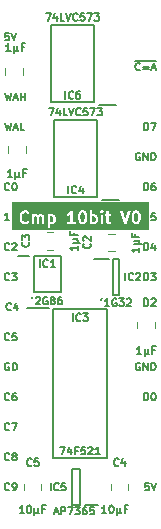
<source format=gbr>
%TF.GenerationSoftware,KiCad,Pcbnew,7.0.5*%
%TF.CreationDate,2024-01-24T18:24:41+02:00*%
%TF.ProjectId,Comparator 10bit,436f6d70-6172-4617-946f-722031306269,rev?*%
%TF.SameCoordinates,Original*%
%TF.FileFunction,Legend,Top*%
%TF.FilePolarity,Positive*%
%FSLAX46Y46*%
G04 Gerber Fmt 4.6, Leading zero omitted, Abs format (unit mm)*
G04 Created by KiCad (PCBNEW 7.0.5) date 2024-01-24 18:24:41*
%MOMM*%
%LPD*%
G01*
G04 APERTURE LIST*
%ADD10C,0.150000*%
%ADD11C,0.200000*%
%ADD12C,0.120000*%
G04 APERTURE END LIST*
D10*
X127336744Y-84105963D02*
X127336744Y-83470963D01*
X127336744Y-83470963D02*
X127487934Y-83470963D01*
X127487934Y-83470963D02*
X127578649Y-83501201D01*
X127578649Y-83501201D02*
X127639125Y-83561677D01*
X127639125Y-83561677D02*
X127669363Y-83622153D01*
X127669363Y-83622153D02*
X127699601Y-83743105D01*
X127699601Y-83743105D02*
X127699601Y-83833820D01*
X127699601Y-83833820D02*
X127669363Y-83954772D01*
X127669363Y-83954772D02*
X127639125Y-84015248D01*
X127639125Y-84015248D02*
X127578649Y-84075725D01*
X127578649Y-84075725D02*
X127487934Y-84105963D01*
X127487934Y-84105963D02*
X127336744Y-84105963D01*
X128092696Y-83470963D02*
X128153173Y-83470963D01*
X128153173Y-83470963D02*
X128213649Y-83501201D01*
X128213649Y-83501201D02*
X128243887Y-83531439D01*
X128243887Y-83531439D02*
X128274125Y-83591915D01*
X128274125Y-83591915D02*
X128304363Y-83712867D01*
X128304363Y-83712867D02*
X128304363Y-83864058D01*
X128304363Y-83864058D02*
X128274125Y-83985010D01*
X128274125Y-83985010D02*
X128243887Y-84045486D01*
X128243887Y-84045486D02*
X128213649Y-84075725D01*
X128213649Y-84075725D02*
X128153173Y-84105963D01*
X128153173Y-84105963D02*
X128092696Y-84105963D01*
X128092696Y-84105963D02*
X128032220Y-84075725D01*
X128032220Y-84075725D02*
X128001982Y-84045486D01*
X128001982Y-84045486D02*
X127971744Y-83985010D01*
X127971744Y-83985010D02*
X127941506Y-83864058D01*
X127941506Y-83864058D02*
X127941506Y-83712867D01*
X127941506Y-83712867D02*
X127971744Y-83591915D01*
X127971744Y-83591915D02*
X128001982Y-83531439D01*
X128001982Y-83531439D02*
X128032220Y-83501201D01*
X128032220Y-83501201D02*
X128092696Y-83470963D01*
X127336744Y-76104963D02*
X127336744Y-75469963D01*
X127336744Y-75469963D02*
X127487934Y-75469963D01*
X127487934Y-75469963D02*
X127578649Y-75500201D01*
X127578649Y-75500201D02*
X127639125Y-75560677D01*
X127639125Y-75560677D02*
X127669363Y-75621153D01*
X127669363Y-75621153D02*
X127699601Y-75742105D01*
X127699601Y-75742105D02*
X127699601Y-75832820D01*
X127699601Y-75832820D02*
X127669363Y-75953772D01*
X127669363Y-75953772D02*
X127639125Y-76014248D01*
X127639125Y-76014248D02*
X127578649Y-76074725D01*
X127578649Y-76074725D02*
X127487934Y-76104963D01*
X127487934Y-76104963D02*
X127336744Y-76104963D01*
X127941506Y-75530439D02*
X127971744Y-75500201D01*
X127971744Y-75500201D02*
X128032220Y-75469963D01*
X128032220Y-75469963D02*
X128183411Y-75469963D01*
X128183411Y-75469963D02*
X128243887Y-75500201D01*
X128243887Y-75500201D02*
X128274125Y-75530439D01*
X128274125Y-75530439D02*
X128304363Y-75590915D01*
X128304363Y-75590915D02*
X128304363Y-75651391D01*
X128304363Y-75651391D02*
X128274125Y-75742105D01*
X128274125Y-75742105D02*
X127911268Y-76104963D01*
X127911268Y-76104963D02*
X128304363Y-76104963D01*
X128274125Y-68230963D02*
X127971744Y-68230963D01*
X127971744Y-68230963D02*
X127941506Y-68533344D01*
X127941506Y-68533344D02*
X127971744Y-68503105D01*
X127971744Y-68503105D02*
X128032220Y-68472867D01*
X128032220Y-68472867D02*
X128183411Y-68472867D01*
X128183411Y-68472867D02*
X128243887Y-68503105D01*
X128243887Y-68503105D02*
X128274125Y-68533344D01*
X128274125Y-68533344D02*
X128304363Y-68593820D01*
X128304363Y-68593820D02*
X128304363Y-68745010D01*
X128304363Y-68745010D02*
X128274125Y-68805486D01*
X128274125Y-68805486D02*
X128243887Y-68835725D01*
X128243887Y-68835725D02*
X128183411Y-68865963D01*
X128183411Y-68865963D02*
X128032220Y-68865963D01*
X128032220Y-68865963D02*
X127971744Y-68835725D01*
X127971744Y-68835725D02*
X127941506Y-68805486D01*
X127336744Y-66325963D02*
X127336744Y-65690963D01*
X127336744Y-65690963D02*
X127487934Y-65690963D01*
X127487934Y-65690963D02*
X127578649Y-65721201D01*
X127578649Y-65721201D02*
X127639125Y-65781677D01*
X127639125Y-65781677D02*
X127669363Y-65842153D01*
X127669363Y-65842153D02*
X127699601Y-65963105D01*
X127699601Y-65963105D02*
X127699601Y-66053820D01*
X127699601Y-66053820D02*
X127669363Y-66174772D01*
X127669363Y-66174772D02*
X127639125Y-66235248D01*
X127639125Y-66235248D02*
X127578649Y-66295725D01*
X127578649Y-66295725D02*
X127487934Y-66325963D01*
X127487934Y-66325963D02*
X127336744Y-66325963D01*
X128243887Y-65690963D02*
X128122934Y-65690963D01*
X128122934Y-65690963D02*
X128062458Y-65721201D01*
X128062458Y-65721201D02*
X128032220Y-65751439D01*
X128032220Y-65751439D02*
X127971744Y-65842153D01*
X127971744Y-65842153D02*
X127941506Y-65963105D01*
X127941506Y-65963105D02*
X127941506Y-66205010D01*
X127941506Y-66205010D02*
X127971744Y-66265486D01*
X127971744Y-66265486D02*
X128001982Y-66295725D01*
X128001982Y-66295725D02*
X128062458Y-66325963D01*
X128062458Y-66325963D02*
X128183411Y-66325963D01*
X128183411Y-66325963D02*
X128243887Y-66295725D01*
X128243887Y-66295725D02*
X128274125Y-66265486D01*
X128274125Y-66265486D02*
X128304363Y-66205010D01*
X128304363Y-66205010D02*
X128304363Y-66053820D01*
X128304363Y-66053820D02*
X128274125Y-65993344D01*
X128274125Y-65993344D02*
X128243887Y-65963105D01*
X128243887Y-65963105D02*
X128183411Y-65932867D01*
X128183411Y-65932867D02*
X128062458Y-65932867D01*
X128062458Y-65932867D02*
X128001982Y-65963105D01*
X128001982Y-65963105D02*
X127971744Y-65993344D01*
X127971744Y-65993344D02*
X127941506Y-66053820D01*
X115928731Y-66265486D02*
X115898493Y-66295725D01*
X115898493Y-66295725D02*
X115807779Y-66325963D01*
X115807779Y-66325963D02*
X115747303Y-66325963D01*
X115747303Y-66325963D02*
X115656588Y-66295725D01*
X115656588Y-66295725D02*
X115596112Y-66235248D01*
X115596112Y-66235248D02*
X115565874Y-66174772D01*
X115565874Y-66174772D02*
X115535636Y-66053820D01*
X115535636Y-66053820D02*
X115535636Y-65963105D01*
X115535636Y-65963105D02*
X115565874Y-65842153D01*
X115565874Y-65842153D02*
X115596112Y-65781677D01*
X115596112Y-65781677D02*
X115656588Y-65721201D01*
X115656588Y-65721201D02*
X115747303Y-65690963D01*
X115747303Y-65690963D02*
X115807779Y-65690963D01*
X115807779Y-65690963D02*
X115898493Y-65721201D01*
X115898493Y-65721201D02*
X115928731Y-65751439D01*
X116321826Y-65690963D02*
X116382303Y-65690963D01*
X116382303Y-65690963D02*
X116442779Y-65721201D01*
X116442779Y-65721201D02*
X116473017Y-65751439D01*
X116473017Y-65751439D02*
X116503255Y-65811915D01*
X116503255Y-65811915D02*
X116533493Y-65932867D01*
X116533493Y-65932867D02*
X116533493Y-66084058D01*
X116533493Y-66084058D02*
X116503255Y-66205010D01*
X116503255Y-66205010D02*
X116473017Y-66265486D01*
X116473017Y-66265486D02*
X116442779Y-66295725D01*
X116442779Y-66295725D02*
X116382303Y-66325963D01*
X116382303Y-66325963D02*
X116321826Y-66325963D01*
X116321826Y-66325963D02*
X116261350Y-66295725D01*
X116261350Y-66295725D02*
X116231112Y-66265486D01*
X116231112Y-66265486D02*
X116200874Y-66205010D01*
X116200874Y-66205010D02*
X116170636Y-66084058D01*
X116170636Y-66084058D02*
X116170636Y-65932867D01*
X116170636Y-65932867D02*
X116200874Y-65811915D01*
X116200874Y-65811915D02*
X116231112Y-65751439D01*
X116231112Y-65751439D02*
X116261350Y-65721201D01*
X116261350Y-65721201D02*
X116321826Y-65690963D01*
X115928731Y-71345486D02*
X115898493Y-71375725D01*
X115898493Y-71375725D02*
X115807779Y-71405963D01*
X115807779Y-71405963D02*
X115747303Y-71405963D01*
X115747303Y-71405963D02*
X115656588Y-71375725D01*
X115656588Y-71375725D02*
X115596112Y-71315248D01*
X115596112Y-71315248D02*
X115565874Y-71254772D01*
X115565874Y-71254772D02*
X115535636Y-71133820D01*
X115535636Y-71133820D02*
X115535636Y-71043105D01*
X115535636Y-71043105D02*
X115565874Y-70922153D01*
X115565874Y-70922153D02*
X115596112Y-70861677D01*
X115596112Y-70861677D02*
X115656588Y-70801201D01*
X115656588Y-70801201D02*
X115747303Y-70770963D01*
X115747303Y-70770963D02*
X115807779Y-70770963D01*
X115807779Y-70770963D02*
X115898493Y-70801201D01*
X115898493Y-70801201D02*
X115928731Y-70831439D01*
X116170636Y-70831439D02*
X116200874Y-70801201D01*
X116200874Y-70801201D02*
X116261350Y-70770963D01*
X116261350Y-70770963D02*
X116412541Y-70770963D01*
X116412541Y-70770963D02*
X116473017Y-70801201D01*
X116473017Y-70801201D02*
X116503255Y-70831439D01*
X116503255Y-70831439D02*
X116533493Y-70891915D01*
X116533493Y-70891915D02*
X116533493Y-70952391D01*
X116533493Y-70952391D02*
X116503255Y-71043105D01*
X116503255Y-71043105D02*
X116140398Y-71405963D01*
X116140398Y-71405963D02*
X116533493Y-71405963D01*
X115928731Y-78965486D02*
X115898493Y-78995725D01*
X115898493Y-78995725D02*
X115807779Y-79025963D01*
X115807779Y-79025963D02*
X115747303Y-79025963D01*
X115747303Y-79025963D02*
X115656588Y-78995725D01*
X115656588Y-78995725D02*
X115596112Y-78935248D01*
X115596112Y-78935248D02*
X115565874Y-78874772D01*
X115565874Y-78874772D02*
X115535636Y-78753820D01*
X115535636Y-78753820D02*
X115535636Y-78663105D01*
X115535636Y-78663105D02*
X115565874Y-78542153D01*
X115565874Y-78542153D02*
X115596112Y-78481677D01*
X115596112Y-78481677D02*
X115656588Y-78421201D01*
X115656588Y-78421201D02*
X115747303Y-78390963D01*
X115747303Y-78390963D02*
X115807779Y-78390963D01*
X115807779Y-78390963D02*
X115898493Y-78421201D01*
X115898493Y-78421201D02*
X115928731Y-78451439D01*
X116503255Y-78390963D02*
X116200874Y-78390963D01*
X116200874Y-78390963D02*
X116170636Y-78693344D01*
X116170636Y-78693344D02*
X116200874Y-78663105D01*
X116200874Y-78663105D02*
X116261350Y-78632867D01*
X116261350Y-78632867D02*
X116412541Y-78632867D01*
X116412541Y-78632867D02*
X116473017Y-78663105D01*
X116473017Y-78663105D02*
X116503255Y-78693344D01*
X116503255Y-78693344D02*
X116533493Y-78753820D01*
X116533493Y-78753820D02*
X116533493Y-78905010D01*
X116533493Y-78905010D02*
X116503255Y-78965486D01*
X116503255Y-78965486D02*
X116473017Y-78995725D01*
X116473017Y-78995725D02*
X116412541Y-79025963D01*
X116412541Y-79025963D02*
X116261350Y-79025963D01*
X116261350Y-79025963D02*
X116200874Y-78995725D01*
X116200874Y-78995725D02*
X116170636Y-78965486D01*
X115556198Y-60610963D02*
X115707388Y-61245963D01*
X115707388Y-61245963D02*
X115828341Y-60792391D01*
X115828341Y-60792391D02*
X115949293Y-61245963D01*
X115949293Y-61245963D02*
X116100484Y-60610963D01*
X116312150Y-61064534D02*
X116614531Y-61064534D01*
X116251674Y-61245963D02*
X116463340Y-60610963D01*
X116463340Y-60610963D02*
X116675007Y-61245963D01*
X117189055Y-61245963D02*
X116886674Y-61245963D01*
X116886674Y-61245963D02*
X116886674Y-60610963D01*
X115928731Y-84045486D02*
X115898493Y-84075725D01*
X115898493Y-84075725D02*
X115807779Y-84105963D01*
X115807779Y-84105963D02*
X115747303Y-84105963D01*
X115747303Y-84105963D02*
X115656588Y-84075725D01*
X115656588Y-84075725D02*
X115596112Y-84015248D01*
X115596112Y-84015248D02*
X115565874Y-83954772D01*
X115565874Y-83954772D02*
X115535636Y-83833820D01*
X115535636Y-83833820D02*
X115535636Y-83743105D01*
X115535636Y-83743105D02*
X115565874Y-83622153D01*
X115565874Y-83622153D02*
X115596112Y-83561677D01*
X115596112Y-83561677D02*
X115656588Y-83501201D01*
X115656588Y-83501201D02*
X115747303Y-83470963D01*
X115747303Y-83470963D02*
X115807779Y-83470963D01*
X115807779Y-83470963D02*
X115898493Y-83501201D01*
X115898493Y-83501201D02*
X115928731Y-83531439D01*
X116473017Y-83470963D02*
X116352064Y-83470963D01*
X116352064Y-83470963D02*
X116291588Y-83501201D01*
X116291588Y-83501201D02*
X116261350Y-83531439D01*
X116261350Y-83531439D02*
X116200874Y-83622153D01*
X116200874Y-83622153D02*
X116170636Y-83743105D01*
X116170636Y-83743105D02*
X116170636Y-83985010D01*
X116170636Y-83985010D02*
X116200874Y-84045486D01*
X116200874Y-84045486D02*
X116231112Y-84075725D01*
X116231112Y-84075725D02*
X116291588Y-84105963D01*
X116291588Y-84105963D02*
X116412541Y-84105963D01*
X116412541Y-84105963D02*
X116473017Y-84075725D01*
X116473017Y-84075725D02*
X116503255Y-84045486D01*
X116503255Y-84045486D02*
X116533493Y-83985010D01*
X116533493Y-83985010D02*
X116533493Y-83833820D01*
X116533493Y-83833820D02*
X116503255Y-83773344D01*
X116503255Y-83773344D02*
X116473017Y-83743105D01*
X116473017Y-83743105D02*
X116412541Y-83712867D01*
X116412541Y-83712867D02*
X116291588Y-83712867D01*
X116291588Y-83712867D02*
X116231112Y-83743105D01*
X116231112Y-83743105D02*
X116200874Y-83773344D01*
X116200874Y-83773344D02*
X116170636Y-83833820D01*
X126973887Y-80961201D02*
X126913411Y-80930963D01*
X126913411Y-80930963D02*
X126822697Y-80930963D01*
X126822697Y-80930963D02*
X126731982Y-80961201D01*
X126731982Y-80961201D02*
X126671506Y-81021677D01*
X126671506Y-81021677D02*
X126641268Y-81082153D01*
X126641268Y-81082153D02*
X126611030Y-81203105D01*
X126611030Y-81203105D02*
X126611030Y-81293820D01*
X126611030Y-81293820D02*
X126641268Y-81414772D01*
X126641268Y-81414772D02*
X126671506Y-81475248D01*
X126671506Y-81475248D02*
X126731982Y-81535725D01*
X126731982Y-81535725D02*
X126822697Y-81565963D01*
X126822697Y-81565963D02*
X126883173Y-81565963D01*
X126883173Y-81565963D02*
X126973887Y-81535725D01*
X126973887Y-81535725D02*
X127004125Y-81505486D01*
X127004125Y-81505486D02*
X127004125Y-81293820D01*
X127004125Y-81293820D02*
X126883173Y-81293820D01*
X127276268Y-81565963D02*
X127276268Y-80930963D01*
X127276268Y-80930963D02*
X127639125Y-81565963D01*
X127639125Y-81565963D02*
X127639125Y-80930963D01*
X127941506Y-81565963D02*
X127941506Y-80930963D01*
X127941506Y-80930963D02*
X128092696Y-80930963D01*
X128092696Y-80930963D02*
X128183411Y-80961201D01*
X128183411Y-80961201D02*
X128243887Y-81021677D01*
X128243887Y-81021677D02*
X128274125Y-81082153D01*
X128274125Y-81082153D02*
X128304363Y-81203105D01*
X128304363Y-81203105D02*
X128304363Y-81293820D01*
X128304363Y-81293820D02*
X128274125Y-81414772D01*
X128274125Y-81414772D02*
X128243887Y-81475248D01*
X128243887Y-81475248D02*
X128183411Y-81535725D01*
X128183411Y-81535725D02*
X128092696Y-81565963D01*
X128092696Y-81565963D02*
X127941506Y-81565963D01*
X115928731Y-91665486D02*
X115898493Y-91695725D01*
X115898493Y-91695725D02*
X115807779Y-91725963D01*
X115807779Y-91725963D02*
X115747303Y-91725963D01*
X115747303Y-91725963D02*
X115656588Y-91695725D01*
X115656588Y-91695725D02*
X115596112Y-91635248D01*
X115596112Y-91635248D02*
X115565874Y-91574772D01*
X115565874Y-91574772D02*
X115535636Y-91453820D01*
X115535636Y-91453820D02*
X115535636Y-91363105D01*
X115535636Y-91363105D02*
X115565874Y-91242153D01*
X115565874Y-91242153D02*
X115596112Y-91181677D01*
X115596112Y-91181677D02*
X115656588Y-91121201D01*
X115656588Y-91121201D02*
X115747303Y-91090963D01*
X115747303Y-91090963D02*
X115807779Y-91090963D01*
X115807779Y-91090963D02*
X115898493Y-91121201D01*
X115898493Y-91121201D02*
X115928731Y-91151439D01*
X116231112Y-91725963D02*
X116352064Y-91725963D01*
X116352064Y-91725963D02*
X116412541Y-91695725D01*
X116412541Y-91695725D02*
X116442779Y-91665486D01*
X116442779Y-91665486D02*
X116503255Y-91574772D01*
X116503255Y-91574772D02*
X116533493Y-91453820D01*
X116533493Y-91453820D02*
X116533493Y-91211915D01*
X116533493Y-91211915D02*
X116503255Y-91151439D01*
X116503255Y-91151439D02*
X116473017Y-91121201D01*
X116473017Y-91121201D02*
X116412541Y-91090963D01*
X116412541Y-91090963D02*
X116291588Y-91090963D01*
X116291588Y-91090963D02*
X116231112Y-91121201D01*
X116231112Y-91121201D02*
X116200874Y-91151439D01*
X116200874Y-91151439D02*
X116170636Y-91211915D01*
X116170636Y-91211915D02*
X116170636Y-91363105D01*
X116170636Y-91363105D02*
X116200874Y-91423582D01*
X116200874Y-91423582D02*
X116231112Y-91453820D01*
X116231112Y-91453820D02*
X116291588Y-91484058D01*
X116291588Y-91484058D02*
X116412541Y-91484058D01*
X116412541Y-91484058D02*
X116473017Y-91453820D01*
X116473017Y-91453820D02*
X116503255Y-91423582D01*
X116503255Y-91423582D02*
X116533493Y-91363105D01*
D11*
G36*
X119598858Y-68545356D02*
G01*
X119623528Y-68570026D01*
X119653332Y-68629634D01*
X119653332Y-68868136D01*
X119623528Y-68927743D01*
X119598857Y-68952414D01*
X119539250Y-68982219D01*
X119395986Y-68982219D01*
X119377142Y-68972797D01*
X119377142Y-68524974D01*
X119395986Y-68515552D01*
X119539250Y-68515552D01*
X119598858Y-68545356D01*
G37*
G36*
X122217906Y-68212023D02*
G01*
X122242576Y-68236693D01*
X122278027Y-68307595D01*
X122319999Y-68475482D01*
X122319999Y-68688953D01*
X122278027Y-68856841D01*
X122242576Y-68927743D01*
X122217905Y-68952414D01*
X122158298Y-68982219D01*
X122110272Y-68982219D01*
X122050665Y-68952415D01*
X122025994Y-68927743D01*
X121990542Y-68856840D01*
X121948571Y-68688955D01*
X121948571Y-68475482D01*
X121990542Y-68307595D01*
X122025994Y-68236692D01*
X122050664Y-68212023D01*
X122110272Y-68182219D01*
X122158298Y-68182219D01*
X122217906Y-68212023D01*
G37*
G36*
X123170287Y-68545356D02*
G01*
X123194956Y-68570026D01*
X123224760Y-68629634D01*
X123224760Y-68868136D01*
X123194957Y-68927743D01*
X123170286Y-68952414D01*
X123110679Y-68982219D01*
X122967415Y-68982219D01*
X122948571Y-68972797D01*
X122948571Y-68524973D01*
X122967415Y-68515552D01*
X123110679Y-68515552D01*
X123170287Y-68545356D01*
G37*
G36*
X126741716Y-68212023D02*
G01*
X126766386Y-68236693D01*
X126801837Y-68307595D01*
X126843809Y-68475482D01*
X126843809Y-68688954D01*
X126801837Y-68856842D01*
X126766386Y-68927743D01*
X126741715Y-68952414D01*
X126682108Y-68982219D01*
X126634082Y-68982219D01*
X126574475Y-68952415D01*
X126549804Y-68927743D01*
X126514352Y-68856840D01*
X126472381Y-68688954D01*
X126472381Y-68475482D01*
X126514352Y-68307595D01*
X126549804Y-68236692D01*
X126574474Y-68212022D01*
X126634082Y-68182219D01*
X126682108Y-68182219D01*
X126741716Y-68212023D01*
G37*
G36*
X127727143Y-69657857D02*
G01*
X116112857Y-69657857D01*
X116112857Y-68649414D01*
X116792054Y-68649414D01*
X116796190Y-68665957D01*
X116796190Y-68668026D01*
X116799669Y-68679876D01*
X116842474Y-68851096D01*
X116841235Y-68862581D01*
X116849456Y-68879024D01*
X116850282Y-68882326D01*
X116855867Y-68891846D01*
X116896377Y-68972865D01*
X116899954Y-68989308D01*
X116919436Y-69008790D01*
X116938206Y-69028969D01*
X116940098Y-69029452D01*
X117012143Y-69101498D01*
X117027187Y-69120183D01*
X117046572Y-69126644D01*
X117064512Y-69136441D01*
X117073938Y-69135766D01*
X117186004Y-69173121D01*
X117200160Y-69182219D01*
X117227715Y-69182219D01*
X117255252Y-69183215D01*
X117256932Y-69182219D01*
X117312221Y-69182219D01*
X117328528Y-69186373D01*
X117354667Y-69177659D01*
X117381108Y-69169896D01*
X117382387Y-69168419D01*
X117494126Y-69131172D01*
X117517567Y-69126073D01*
X117532019Y-69111620D01*
X117548799Y-69099959D01*
X117552410Y-69091228D01*
X117596116Y-69047522D01*
X117617077Y-69009133D01*
X117612887Y-68950557D01*
X117577694Y-68903546D01*
X117522671Y-68883023D01*
X117465288Y-68895507D01*
X117413599Y-68947196D01*
X117308534Y-68982219D01*
X117245750Y-68982219D01*
X117140684Y-68947197D01*
X117073613Y-68880124D01*
X117038161Y-68809221D01*
X116996190Y-68641335D01*
X116996190Y-68523101D01*
X117004806Y-68488636D01*
X117841969Y-68488636D01*
X117843809Y-68514365D01*
X117843809Y-69096598D01*
X117856132Y-69138566D01*
X117900514Y-69177023D01*
X117958641Y-69185380D01*
X118012060Y-69160985D01*
X118043809Y-69111582D01*
X118043809Y-68552210D01*
X118050664Y-68545356D01*
X118110272Y-68515552D01*
X118205917Y-68515552D01*
X118250225Y-68537706D01*
X118272380Y-68582015D01*
X118272380Y-69096598D01*
X118284703Y-69138566D01*
X118329085Y-69177023D01*
X118387212Y-69185380D01*
X118440631Y-69160985D01*
X118472380Y-69111582D01*
X118472380Y-68582015D01*
X118494534Y-68537706D01*
X118538843Y-68515552D01*
X118634488Y-68515552D01*
X118678797Y-68537706D01*
X118700952Y-68582015D01*
X118700952Y-69096598D01*
X118713275Y-69138566D01*
X118757657Y-69177023D01*
X118815784Y-69185380D01*
X118869203Y-69160985D01*
X118900952Y-69111582D01*
X118900952Y-68563793D01*
X118903526Y-68539950D01*
X118894387Y-68521672D01*
X118888629Y-68502062D01*
X118881487Y-68495874D01*
X118866972Y-68466844D01*
X119172985Y-68466844D01*
X119177142Y-68479352D01*
X119177142Y-69032833D01*
X119176169Y-69060420D01*
X119177142Y-69062058D01*
X119177142Y-69429931D01*
X119189465Y-69471899D01*
X119233847Y-69510356D01*
X119291974Y-69518713D01*
X119345393Y-69494318D01*
X119377142Y-69444915D01*
X119377142Y-69184682D01*
X119383568Y-69185839D01*
X119392296Y-69182219D01*
X119557471Y-69182219D01*
X119581314Y-69184793D01*
X119599590Y-69175654D01*
X119619203Y-69169896D01*
X119625391Y-69162754D01*
X119691599Y-69129650D01*
X119708043Y-69126073D01*
X119727528Y-69106587D01*
X119747702Y-69087822D01*
X119748186Y-69085928D01*
X119767559Y-69066555D01*
X119782024Y-69057964D01*
X119794341Y-69033329D01*
X119807553Y-69009133D01*
X119807413Y-69007185D01*
X119840366Y-68941280D01*
X119853332Y-68921105D01*
X119853332Y-68900669D01*
X119856952Y-68880554D01*
X119853332Y-68871825D01*
X119853332Y-68611412D01*
X119855906Y-68587569D01*
X119846767Y-68569291D01*
X119841009Y-68549681D01*
X119833867Y-68543493D01*
X119800762Y-68477282D01*
X119797186Y-68460842D01*
X119777711Y-68441367D01*
X119758935Y-68421181D01*
X119757040Y-68420696D01*
X119737670Y-68401326D01*
X119729078Y-68386860D01*
X119704443Y-68374542D01*
X119699066Y-68371606D01*
X120792033Y-68371606D01*
X120810553Y-68427334D01*
X120856262Y-68464204D01*
X120914648Y-68470507D01*
X121024933Y-68415364D01*
X121041376Y-68411787D01*
X121060855Y-68392307D01*
X121081036Y-68373536D01*
X121081520Y-68371642D01*
X121081904Y-68371258D01*
X121081904Y-68982219D01*
X120881811Y-68982219D01*
X120839843Y-68994542D01*
X120801386Y-69038924D01*
X120793029Y-69097051D01*
X120817424Y-69150470D01*
X120866827Y-69182219D01*
X121174750Y-69182219D01*
X121196736Y-69185380D01*
X121203658Y-69182219D01*
X121481997Y-69182219D01*
X121523965Y-69169896D01*
X121562422Y-69125514D01*
X121570779Y-69067387D01*
X121546384Y-69013968D01*
X121496981Y-68982219D01*
X121281904Y-68982219D01*
X121281904Y-68697033D01*
X121744435Y-68697033D01*
X121748571Y-68713577D01*
X121748571Y-68715645D01*
X121752050Y-68727495D01*
X121794855Y-68898715D01*
X121793616Y-68910200D01*
X121801837Y-68926643D01*
X121802663Y-68929945D01*
X121808248Y-68939465D01*
X121848758Y-69020484D01*
X121852335Y-69036927D01*
X121871818Y-69056410D01*
X121890587Y-69076588D01*
X121892479Y-69077071D01*
X121911851Y-69096444D01*
X121920444Y-69110911D01*
X121945082Y-69123230D01*
X121969273Y-69136440D01*
X121971222Y-69136300D01*
X122037127Y-69169253D01*
X122057303Y-69182219D01*
X122077738Y-69182219D01*
X122097854Y-69185839D01*
X122106582Y-69182219D01*
X122176519Y-69182219D01*
X122200362Y-69184793D01*
X122218638Y-69175654D01*
X122238251Y-69169896D01*
X122244439Y-69162754D01*
X122310647Y-69129650D01*
X122327091Y-69126073D01*
X122346576Y-69106587D01*
X122366750Y-69087822D01*
X122367234Y-69085928D01*
X122386607Y-69066555D01*
X122401072Y-69057964D01*
X122413389Y-69033329D01*
X122426601Y-69009133D01*
X122426461Y-69007185D01*
X122453856Y-68952395D01*
X122462273Y-68944482D01*
X122466732Y-68926643D01*
X122468253Y-68923603D01*
X122470206Y-68912748D01*
X122513022Y-68741485D01*
X122519999Y-68730629D01*
X122519999Y-68713577D01*
X122520501Y-68711570D01*
X122519999Y-68699223D01*
X122519999Y-68479629D01*
X122524135Y-68467404D01*
X122523995Y-68466844D01*
X122744414Y-68466844D01*
X122748571Y-68479352D01*
X122748571Y-69032833D01*
X122747598Y-69060420D01*
X122748571Y-69062058D01*
X122748571Y-69096598D01*
X122760894Y-69138566D01*
X122805276Y-69177023D01*
X122863403Y-69185380D01*
X122896117Y-69170440D01*
X122914446Y-69182219D01*
X122934881Y-69182219D01*
X122954997Y-69185839D01*
X122963725Y-69182219D01*
X123128900Y-69182219D01*
X123152743Y-69184793D01*
X123171019Y-69175654D01*
X123190632Y-69169896D01*
X123196820Y-69162754D01*
X123263028Y-69129650D01*
X123279472Y-69126073D01*
X123298957Y-69106587D01*
X123309696Y-69096598D01*
X123653333Y-69096598D01*
X123665656Y-69138566D01*
X123710038Y-69177023D01*
X123768165Y-69185380D01*
X123821584Y-69160985D01*
X123853333Y-69111582D01*
X123853333Y-68430384D01*
X123983505Y-68430384D01*
X124007900Y-68483803D01*
X124057303Y-68515552D01*
X124129523Y-68515552D01*
X124129523Y-68933975D01*
X124126949Y-68957819D01*
X124136087Y-68976096D01*
X124141846Y-68995708D01*
X124148986Y-69001895D01*
X124176306Y-69056535D01*
X124176169Y-69060420D01*
X124189313Y-69082550D01*
X124194129Y-69092182D01*
X124196632Y-69094873D01*
X124206158Y-69110911D01*
X124216240Y-69115952D01*
X124223920Y-69124208D01*
X124241996Y-69128830D01*
X124322841Y-69169253D01*
X124343017Y-69182219D01*
X124363452Y-69182219D01*
X124383568Y-69185839D01*
X124392296Y-69182219D01*
X124481997Y-69182219D01*
X124523965Y-69169896D01*
X124562422Y-69125514D01*
X124570779Y-69067387D01*
X124546384Y-69013968D01*
X124496981Y-68982219D01*
X124395986Y-68982219D01*
X124351677Y-68960064D01*
X124329523Y-68915755D01*
X124329523Y-68515552D01*
X124481997Y-68515552D01*
X124523965Y-68503229D01*
X124562422Y-68458847D01*
X124570779Y-68400720D01*
X124546384Y-68347301D01*
X124496981Y-68315552D01*
X124329523Y-68315552D01*
X124329523Y-68085986D01*
X125315846Y-68085986D01*
X125652744Y-69096679D01*
X125652337Y-69107949D01*
X125661852Y-69124002D01*
X125663012Y-69127482D01*
X125669146Y-69136309D01*
X125682280Y-69158467D01*
X125685756Y-69160209D01*
X125687974Y-69163400D01*
X125711765Y-69173242D01*
X125734782Y-69184776D01*
X125738645Y-69184362D01*
X125742239Y-69185849D01*
X125767569Y-69181266D01*
X125793174Y-69178526D01*
X125796204Y-69176086D01*
X125800026Y-69175395D01*
X125818852Y-69157851D01*
X125838916Y-69141698D01*
X125840145Y-69138009D01*
X125842989Y-69135360D01*
X125849345Y-69110409D01*
X125987137Y-68697033D01*
X126268245Y-68697033D01*
X126272381Y-68713577D01*
X126272381Y-68715645D01*
X126275860Y-68727495D01*
X126318665Y-68898715D01*
X126317426Y-68910200D01*
X126325647Y-68926643D01*
X126326473Y-68929945D01*
X126332058Y-68939465D01*
X126372568Y-69020484D01*
X126376145Y-69036927D01*
X126395628Y-69056410D01*
X126414397Y-69076588D01*
X126416289Y-69077071D01*
X126435661Y-69096444D01*
X126444254Y-69110911D01*
X126468892Y-69123230D01*
X126493083Y-69136440D01*
X126495032Y-69136300D01*
X126560937Y-69169253D01*
X126581113Y-69182219D01*
X126601548Y-69182219D01*
X126621664Y-69185839D01*
X126630392Y-69182219D01*
X126700329Y-69182219D01*
X126724172Y-69184793D01*
X126742448Y-69175654D01*
X126762061Y-69169896D01*
X126768249Y-69162754D01*
X126834457Y-69129650D01*
X126850901Y-69126073D01*
X126870386Y-69106587D01*
X126890560Y-69087822D01*
X126891044Y-69085928D01*
X126910417Y-69066555D01*
X126924882Y-69057964D01*
X126937199Y-69033329D01*
X126950411Y-69009133D01*
X126950271Y-69007185D01*
X126977666Y-68952395D01*
X126986083Y-68944482D01*
X126990542Y-68926643D01*
X126992063Y-68923603D01*
X126994016Y-68912748D01*
X127036832Y-68741485D01*
X127043809Y-68730629D01*
X127043809Y-68713578D01*
X127044311Y-68711570D01*
X127043809Y-68699223D01*
X127043809Y-68479629D01*
X127047945Y-68467404D01*
X127043809Y-68450859D01*
X127043809Y-68448792D01*
X127040329Y-68436941D01*
X126997524Y-68265720D01*
X126998764Y-68254236D01*
X126990542Y-68237792D01*
X126989717Y-68234492D01*
X126984133Y-68224975D01*
X126943620Y-68143949D01*
X126940044Y-68127509D01*
X126920569Y-68108034D01*
X126901793Y-68087848D01*
X126899898Y-68087363D01*
X126880528Y-68067993D01*
X126871936Y-68053527D01*
X126847301Y-68041209D01*
X126823106Y-68027998D01*
X126821156Y-68028137D01*
X126755255Y-67995186D01*
X126735077Y-67982219D01*
X126714641Y-67982219D01*
X126694526Y-67978599D01*
X126685798Y-67982219D01*
X126615860Y-67982219D01*
X126592017Y-67979645D01*
X126573739Y-67988783D01*
X126554129Y-67994542D01*
X126547941Y-68001683D01*
X126481730Y-68034788D01*
X126465290Y-68038365D01*
X126445815Y-68057839D01*
X126425629Y-68076616D01*
X126425144Y-68078510D01*
X126405774Y-68097880D01*
X126391308Y-68106473D01*
X126378990Y-68131107D01*
X126365779Y-68155303D01*
X126365918Y-68157252D01*
X126338524Y-68212040D01*
X126330107Y-68219955D01*
X126325647Y-68237794D01*
X126324127Y-68240835D01*
X126322174Y-68251686D01*
X126279357Y-68422951D01*
X126272381Y-68433808D01*
X126272381Y-68450858D01*
X126271879Y-68452867D01*
X126272381Y-68465213D01*
X126272380Y-68684807D01*
X126268245Y-68697033D01*
X125987137Y-68697033D01*
X126186081Y-68100201D01*
X126187662Y-68056490D01*
X126157719Y-68005972D01*
X126105217Y-67979662D01*
X126046825Y-67985913D01*
X126001083Y-68022740D01*
X125753333Y-68765990D01*
X125510321Y-68036955D01*
X125485359Y-68001038D01*
X125431094Y-67978589D01*
X125373307Y-67989042D01*
X125330343Y-68029078D01*
X125315846Y-68085986D01*
X124329523Y-68085986D01*
X124329523Y-68067840D01*
X124317200Y-68025872D01*
X124272818Y-67987415D01*
X124214691Y-67979058D01*
X124161272Y-68003453D01*
X124129523Y-68052856D01*
X124129523Y-68315552D01*
X124072287Y-68315552D01*
X124030319Y-68327875D01*
X123991862Y-68372257D01*
X123983505Y-68430384D01*
X123853333Y-68430384D01*
X123853333Y-68401173D01*
X123841010Y-68359205D01*
X123796628Y-68320748D01*
X123738501Y-68312391D01*
X123685082Y-68336786D01*
X123653333Y-68386189D01*
X123653333Y-69096598D01*
X123309696Y-69096598D01*
X123319131Y-69087822D01*
X123319615Y-69085928D01*
X123338988Y-69066555D01*
X123353453Y-69057964D01*
X123365770Y-69033329D01*
X123378982Y-69009133D01*
X123378842Y-69007185D01*
X123411795Y-68941280D01*
X123424761Y-68921105D01*
X123424761Y-68900669D01*
X123428381Y-68880554D01*
X123424761Y-68871825D01*
X123424760Y-68611412D01*
X123427335Y-68587569D01*
X123418196Y-68569291D01*
X123412438Y-68549681D01*
X123405296Y-68543493D01*
X123372191Y-68477282D01*
X123368615Y-68460842D01*
X123349140Y-68441367D01*
X123330364Y-68421181D01*
X123328469Y-68420696D01*
X123309099Y-68401326D01*
X123300507Y-68386860D01*
X123275872Y-68374542D01*
X123251677Y-68361331D01*
X123249727Y-68361470D01*
X123183826Y-68328519D01*
X123163648Y-68315552D01*
X123143212Y-68315552D01*
X123123097Y-68311932D01*
X123114369Y-68315552D01*
X122949193Y-68315552D01*
X122948571Y-68315484D01*
X122948571Y-68122403D01*
X123601757Y-68122403D01*
X123606478Y-68144106D01*
X123608063Y-68166260D01*
X123612623Y-68172352D01*
X123614241Y-68179786D01*
X123629942Y-68195487D01*
X123643256Y-68213272D01*
X123650386Y-68215931D01*
X123664573Y-68230118D01*
X123665656Y-68233804D01*
X123679721Y-68245991D01*
X123690875Y-68260891D01*
X123701482Y-68264847D01*
X123710038Y-68272261D01*
X123721244Y-68273872D01*
X123731179Y-68279297D01*
X123738767Y-68278754D01*
X123745898Y-68281414D01*
X123756960Y-68279007D01*
X123768165Y-68280618D01*
X123778464Y-68275914D01*
X123789755Y-68275107D01*
X123795845Y-68270547D01*
X123803281Y-68268930D01*
X123811284Y-68260926D01*
X123821584Y-68256223D01*
X123827705Y-68246697D01*
X123836766Y-68239915D01*
X123839425Y-68232785D01*
X123866605Y-68205605D01*
X123884385Y-68192296D01*
X123892145Y-68171489D01*
X123902792Y-68151992D01*
X123902249Y-68144401D01*
X123904908Y-68137273D01*
X123900186Y-68115569D01*
X123898602Y-68093416D01*
X123894042Y-68087325D01*
X123892425Y-68079890D01*
X123876719Y-68064184D01*
X123863410Y-68046405D01*
X123856280Y-68043745D01*
X123842092Y-68029557D01*
X123841010Y-68025872D01*
X123826942Y-68013682D01*
X123815791Y-67998786D01*
X123805185Y-67994830D01*
X123796628Y-67987415D01*
X123785421Y-67985803D01*
X123775487Y-67980379D01*
X123767896Y-67980921D01*
X123760768Y-67978263D01*
X123749707Y-67980669D01*
X123738501Y-67979058D01*
X123728203Y-67983760D01*
X123716911Y-67984568D01*
X123710818Y-67989128D01*
X123703385Y-67990746D01*
X123695381Y-67998749D01*
X123685082Y-68003453D01*
X123678961Y-68012976D01*
X123669899Y-68019761D01*
X123667239Y-68026891D01*
X123640064Y-68054066D01*
X123622280Y-68067380D01*
X123614517Y-68088192D01*
X123603874Y-68107684D01*
X123604416Y-68115272D01*
X123601757Y-68122403D01*
X122948571Y-68122403D01*
X122948571Y-68067840D01*
X122936248Y-68025872D01*
X122891866Y-67987415D01*
X122833739Y-67979058D01*
X122780320Y-68003453D01*
X122748571Y-68052856D01*
X122748571Y-68450586D01*
X122744414Y-68466844D01*
X122523995Y-68466844D01*
X122519999Y-68450860D01*
X122519999Y-68448792D01*
X122516519Y-68436941D01*
X122473714Y-68265720D01*
X122474954Y-68254236D01*
X122466732Y-68237792D01*
X122465907Y-68234492D01*
X122460323Y-68224975D01*
X122419810Y-68143949D01*
X122416234Y-68127509D01*
X122396759Y-68108034D01*
X122377983Y-68087848D01*
X122376088Y-68087363D01*
X122356718Y-68067993D01*
X122348126Y-68053527D01*
X122323491Y-68041209D01*
X122299296Y-68027998D01*
X122297346Y-68028137D01*
X122231445Y-67995186D01*
X122211267Y-67982219D01*
X122190831Y-67982219D01*
X122170716Y-67978599D01*
X122161988Y-67982219D01*
X122092050Y-67982219D01*
X122068207Y-67979645D01*
X122049929Y-67988783D01*
X122030319Y-67994542D01*
X122024131Y-68001683D01*
X121957920Y-68034788D01*
X121941480Y-68038365D01*
X121922005Y-68057839D01*
X121901819Y-68076616D01*
X121901334Y-68078510D01*
X121881964Y-68097880D01*
X121867498Y-68106473D01*
X121855180Y-68131107D01*
X121841969Y-68155303D01*
X121842108Y-68157252D01*
X121814714Y-68212040D01*
X121806297Y-68219955D01*
X121801837Y-68237795D01*
X121800317Y-68240835D01*
X121798364Y-68251686D01*
X121755547Y-68422951D01*
X121748571Y-68433808D01*
X121748571Y-68450858D01*
X121748069Y-68452867D01*
X121748571Y-68465213D01*
X121748570Y-68684807D01*
X121744435Y-68697033D01*
X121281904Y-68697033D01*
X121281904Y-68097457D01*
X121286112Y-68083970D01*
X121281904Y-68068694D01*
X121281904Y-68067840D01*
X121278100Y-68054888D01*
X121270516Y-68027353D01*
X121269837Y-68026744D01*
X121269581Y-68025872D01*
X121248051Y-68007216D01*
X121226787Y-67988156D01*
X121225886Y-67988011D01*
X121225199Y-67987415D01*
X121196975Y-67983357D01*
X121168807Y-67978823D01*
X121167972Y-67979187D01*
X121167072Y-67979058D01*
X121141139Y-67990900D01*
X121114987Y-68002317D01*
X121114482Y-68003074D01*
X121113653Y-68003453D01*
X121098220Y-68027467D01*
X121008954Y-68161365D01*
X120932192Y-68238128D01*
X120838608Y-68284921D01*
X120806581Y-68314711D01*
X120792033Y-68371606D01*
X119699066Y-68371606D01*
X119680248Y-68361331D01*
X119678298Y-68361470D01*
X119612397Y-68328519D01*
X119592219Y-68315552D01*
X119571783Y-68315552D01*
X119551668Y-68311932D01*
X119542940Y-68315552D01*
X119377764Y-68315552D01*
X119353921Y-68312978D01*
X119335643Y-68322116D01*
X119325465Y-68325105D01*
X119320437Y-68320748D01*
X119262310Y-68312391D01*
X119208891Y-68336786D01*
X119177142Y-68386189D01*
X119177142Y-68450586D01*
X119172985Y-68466844D01*
X118866972Y-68466844D01*
X118854168Y-68441236D01*
X118854306Y-68437350D01*
X118841153Y-68415205D01*
X118836345Y-68405589D01*
X118833845Y-68402902D01*
X118824317Y-68386859D01*
X118814233Y-68381817D01*
X118806555Y-68373562D01*
X118788477Y-68368939D01*
X118707633Y-68328518D01*
X118687457Y-68315552D01*
X118667021Y-68315552D01*
X118646906Y-68311932D01*
X118638178Y-68315552D01*
X118520621Y-68315552D01*
X118496778Y-68312978D01*
X118478500Y-68322116D01*
X118458890Y-68327875D01*
X118452702Y-68335016D01*
X118398064Y-68362335D01*
X118394179Y-68362198D01*
X118375929Y-68373037D01*
X118359902Y-68368938D01*
X118279064Y-68328519D01*
X118258886Y-68315552D01*
X118238450Y-68315552D01*
X118218335Y-68311932D01*
X118209607Y-68315552D01*
X118092050Y-68315552D01*
X118068207Y-68312978D01*
X118049929Y-68322116D01*
X118030319Y-68327875D01*
X118024131Y-68335016D01*
X118011093Y-68341534D01*
X117987104Y-68320748D01*
X117928977Y-68312391D01*
X117875558Y-68336786D01*
X117843809Y-68386189D01*
X117843809Y-68485266D01*
X117841969Y-68488636D01*
X117004806Y-68488636D01*
X117038161Y-68355214D01*
X117073613Y-68284311D01*
X117140683Y-68217241D01*
X117245749Y-68182219D01*
X117308533Y-68182219D01*
X117413600Y-68217241D01*
X117454694Y-68258335D01*
X117493083Y-68279297D01*
X117551659Y-68275107D01*
X117598670Y-68239915D01*
X117619193Y-68184892D01*
X117606710Y-68127509D01*
X117542134Y-68062933D01*
X117527096Y-68044255D01*
X117507710Y-68037793D01*
X117489772Y-68027998D01*
X117480347Y-68028672D01*
X117368279Y-67991316D01*
X117354124Y-67982219D01*
X117326569Y-67982219D01*
X117299031Y-67981223D01*
X117297351Y-67982219D01*
X117242061Y-67982219D01*
X117225756Y-67978065D01*
X117199615Y-67986778D01*
X117173176Y-67994542D01*
X117171896Y-67996018D01*
X117060158Y-68033264D01*
X117036718Y-68038364D01*
X117022265Y-68052816D01*
X117005485Y-68064479D01*
X117001873Y-68073208D01*
X116929582Y-68145500D01*
X116915117Y-68154092D01*
X116902799Y-68178726D01*
X116889588Y-68202922D01*
X116889727Y-68204871D01*
X116862333Y-68259659D01*
X116853916Y-68267574D01*
X116849456Y-68285413D01*
X116847936Y-68288454D01*
X116845983Y-68299305D01*
X116803166Y-68470570D01*
X116796190Y-68481427D01*
X116796190Y-68498477D01*
X116795688Y-68500486D01*
X116796190Y-68512832D01*
X116796190Y-68637188D01*
X116792054Y-68649414D01*
X116112857Y-68649414D01*
X116112857Y-67272143D01*
X127727143Y-67272143D01*
X127727143Y-69657857D01*
G37*
D10*
X127336744Y-73945963D02*
X127336744Y-73310963D01*
X127336744Y-73310963D02*
X127487934Y-73310963D01*
X127487934Y-73310963D02*
X127578649Y-73341201D01*
X127578649Y-73341201D02*
X127639125Y-73401677D01*
X127639125Y-73401677D02*
X127669363Y-73462153D01*
X127669363Y-73462153D02*
X127699601Y-73583105D01*
X127699601Y-73583105D02*
X127699601Y-73673820D01*
X127699601Y-73673820D02*
X127669363Y-73794772D01*
X127669363Y-73794772D02*
X127639125Y-73855248D01*
X127639125Y-73855248D02*
X127578649Y-73915725D01*
X127578649Y-73915725D02*
X127487934Y-73945963D01*
X127487934Y-73945963D02*
X127336744Y-73945963D01*
X127911268Y-73310963D02*
X128304363Y-73310963D01*
X128304363Y-73310963D02*
X128092696Y-73552867D01*
X128092696Y-73552867D02*
X128183411Y-73552867D01*
X128183411Y-73552867D02*
X128243887Y-73583105D01*
X128243887Y-73583105D02*
X128274125Y-73613344D01*
X128274125Y-73613344D02*
X128304363Y-73673820D01*
X128304363Y-73673820D02*
X128304363Y-73825010D01*
X128304363Y-73825010D02*
X128274125Y-73885486D01*
X128274125Y-73885486D02*
X128243887Y-73915725D01*
X128243887Y-73915725D02*
X128183411Y-73945963D01*
X128183411Y-73945963D02*
X128001982Y-73945963D01*
X128001982Y-73945963D02*
X127941506Y-73915725D01*
X127941506Y-73915725D02*
X127911268Y-73885486D01*
X127336744Y-71405963D02*
X127336744Y-70770963D01*
X127336744Y-70770963D02*
X127487934Y-70770963D01*
X127487934Y-70770963D02*
X127578649Y-70801201D01*
X127578649Y-70801201D02*
X127639125Y-70861677D01*
X127639125Y-70861677D02*
X127669363Y-70922153D01*
X127669363Y-70922153D02*
X127699601Y-71043105D01*
X127699601Y-71043105D02*
X127699601Y-71133820D01*
X127699601Y-71133820D02*
X127669363Y-71254772D01*
X127669363Y-71254772D02*
X127639125Y-71315248D01*
X127639125Y-71315248D02*
X127578649Y-71375725D01*
X127578649Y-71375725D02*
X127487934Y-71405963D01*
X127487934Y-71405963D02*
X127336744Y-71405963D01*
X128243887Y-70982629D02*
X128243887Y-71405963D01*
X128092696Y-70740725D02*
X127941506Y-71194296D01*
X127941506Y-71194296D02*
X128334601Y-71194296D01*
X115556198Y-58070963D02*
X115707388Y-58705963D01*
X115707388Y-58705963D02*
X115828341Y-58252391D01*
X115828341Y-58252391D02*
X115949293Y-58705963D01*
X115949293Y-58705963D02*
X116100484Y-58070963D01*
X116312150Y-58524534D02*
X116614531Y-58524534D01*
X116251674Y-58705963D02*
X116463340Y-58070963D01*
X116463340Y-58070963D02*
X116675007Y-58705963D01*
X116886674Y-58705963D02*
X116886674Y-58070963D01*
X116886674Y-58373344D02*
X117249531Y-58373344D01*
X117249531Y-58705963D02*
X117249531Y-58070963D01*
X127729839Y-91090963D02*
X127427458Y-91090963D01*
X127427458Y-91090963D02*
X127397220Y-91393344D01*
X127397220Y-91393344D02*
X127427458Y-91363105D01*
X127427458Y-91363105D02*
X127487934Y-91332867D01*
X127487934Y-91332867D02*
X127639125Y-91332867D01*
X127639125Y-91332867D02*
X127699601Y-91363105D01*
X127699601Y-91363105D02*
X127729839Y-91393344D01*
X127729839Y-91393344D02*
X127760077Y-91453820D01*
X127760077Y-91453820D02*
X127760077Y-91605010D01*
X127760077Y-91605010D02*
X127729839Y-91665486D01*
X127729839Y-91665486D02*
X127699601Y-91695725D01*
X127699601Y-91695725D02*
X127639125Y-91725963D01*
X127639125Y-91725963D02*
X127487934Y-91725963D01*
X127487934Y-91725963D02*
X127427458Y-91695725D01*
X127427458Y-91695725D02*
X127397220Y-91665486D01*
X127941506Y-91090963D02*
X128153172Y-91725963D01*
X128153172Y-91725963D02*
X128364839Y-91090963D01*
X115898493Y-80961201D02*
X115838017Y-80930963D01*
X115838017Y-80930963D02*
X115747303Y-80930963D01*
X115747303Y-80930963D02*
X115656588Y-80961201D01*
X115656588Y-80961201D02*
X115596112Y-81021677D01*
X115596112Y-81021677D02*
X115565874Y-81082153D01*
X115565874Y-81082153D02*
X115535636Y-81203105D01*
X115535636Y-81203105D02*
X115535636Y-81293820D01*
X115535636Y-81293820D02*
X115565874Y-81414772D01*
X115565874Y-81414772D02*
X115596112Y-81475248D01*
X115596112Y-81475248D02*
X115656588Y-81535725D01*
X115656588Y-81535725D02*
X115747303Y-81565963D01*
X115747303Y-81565963D02*
X115807779Y-81565963D01*
X115807779Y-81565963D02*
X115898493Y-81535725D01*
X115898493Y-81535725D02*
X115928731Y-81505486D01*
X115928731Y-81505486D02*
X115928731Y-81293820D01*
X115928731Y-81293820D02*
X115807779Y-81293820D01*
X116200874Y-81565963D02*
X116200874Y-80930963D01*
X116200874Y-80930963D02*
X116352064Y-80930963D01*
X116352064Y-80930963D02*
X116442779Y-80961201D01*
X116442779Y-80961201D02*
X116503255Y-81021677D01*
X116503255Y-81021677D02*
X116533493Y-81082153D01*
X116533493Y-81082153D02*
X116563731Y-81203105D01*
X116563731Y-81203105D02*
X116563731Y-81293820D01*
X116563731Y-81293820D02*
X116533493Y-81414772D01*
X116533493Y-81414772D02*
X116503255Y-81475248D01*
X116503255Y-81475248D02*
X116442779Y-81535725D01*
X116442779Y-81535725D02*
X116352064Y-81565963D01*
X116352064Y-81565963D02*
X116200874Y-81565963D01*
X115898493Y-68865963D02*
X115535636Y-68865963D01*
X115717064Y-68865963D02*
X115717064Y-68230963D01*
X115717064Y-68230963D02*
X115656588Y-68321677D01*
X115656588Y-68321677D02*
X115596112Y-68382153D01*
X115596112Y-68382153D02*
X115535636Y-68412391D01*
X115928731Y-73885486D02*
X115898493Y-73915725D01*
X115898493Y-73915725D02*
X115807779Y-73945963D01*
X115807779Y-73945963D02*
X115747303Y-73945963D01*
X115747303Y-73945963D02*
X115656588Y-73915725D01*
X115656588Y-73915725D02*
X115596112Y-73855248D01*
X115596112Y-73855248D02*
X115565874Y-73794772D01*
X115565874Y-73794772D02*
X115535636Y-73673820D01*
X115535636Y-73673820D02*
X115535636Y-73583105D01*
X115535636Y-73583105D02*
X115565874Y-73462153D01*
X115565874Y-73462153D02*
X115596112Y-73401677D01*
X115596112Y-73401677D02*
X115656588Y-73341201D01*
X115656588Y-73341201D02*
X115747303Y-73310963D01*
X115747303Y-73310963D02*
X115807779Y-73310963D01*
X115807779Y-73310963D02*
X115898493Y-73341201D01*
X115898493Y-73341201D02*
X115928731Y-73371439D01*
X116140398Y-73310963D02*
X116533493Y-73310963D01*
X116533493Y-73310963D02*
X116321826Y-73552867D01*
X116321826Y-73552867D02*
X116412541Y-73552867D01*
X116412541Y-73552867D02*
X116473017Y-73583105D01*
X116473017Y-73583105D02*
X116503255Y-73613344D01*
X116503255Y-73613344D02*
X116533493Y-73673820D01*
X116533493Y-73673820D02*
X116533493Y-73825010D01*
X116533493Y-73825010D02*
X116503255Y-73885486D01*
X116503255Y-73885486D02*
X116473017Y-73915725D01*
X116473017Y-73915725D02*
X116412541Y-73945963D01*
X116412541Y-73945963D02*
X116231112Y-73945963D01*
X116231112Y-73945963D02*
X116170636Y-73915725D01*
X116170636Y-73915725D02*
X116140398Y-73885486D01*
X116055731Y-76425486D02*
X116025493Y-76455725D01*
X116025493Y-76455725D02*
X115934779Y-76485963D01*
X115934779Y-76485963D02*
X115874303Y-76485963D01*
X115874303Y-76485963D02*
X115783588Y-76455725D01*
X115783588Y-76455725D02*
X115723112Y-76395248D01*
X115723112Y-76395248D02*
X115692874Y-76334772D01*
X115692874Y-76334772D02*
X115662636Y-76213820D01*
X115662636Y-76213820D02*
X115662636Y-76123105D01*
X115662636Y-76123105D02*
X115692874Y-76002153D01*
X115692874Y-76002153D02*
X115723112Y-75941677D01*
X115723112Y-75941677D02*
X115783588Y-75881201D01*
X115783588Y-75881201D02*
X115874303Y-75850963D01*
X115874303Y-75850963D02*
X115934779Y-75850963D01*
X115934779Y-75850963D02*
X116025493Y-75881201D01*
X116025493Y-75881201D02*
X116055731Y-75911439D01*
X116600017Y-76062629D02*
X116600017Y-76485963D01*
X116448826Y-75820725D02*
X116297636Y-76274296D01*
X116297636Y-76274296D02*
X116690731Y-76274296D01*
X115868255Y-52990963D02*
X115565874Y-52990963D01*
X115565874Y-52990963D02*
X115535636Y-53293344D01*
X115535636Y-53293344D02*
X115565874Y-53263105D01*
X115565874Y-53263105D02*
X115626350Y-53232867D01*
X115626350Y-53232867D02*
X115777541Y-53232867D01*
X115777541Y-53232867D02*
X115838017Y-53263105D01*
X115838017Y-53263105D02*
X115868255Y-53293344D01*
X115868255Y-53293344D02*
X115898493Y-53353820D01*
X115898493Y-53353820D02*
X115898493Y-53505010D01*
X115898493Y-53505010D02*
X115868255Y-53565486D01*
X115868255Y-53565486D02*
X115838017Y-53595725D01*
X115838017Y-53595725D02*
X115777541Y-53625963D01*
X115777541Y-53625963D02*
X115626350Y-53625963D01*
X115626350Y-53625963D02*
X115565874Y-53595725D01*
X115565874Y-53595725D02*
X115535636Y-53565486D01*
X116079922Y-52990963D02*
X116291588Y-53625963D01*
X116291588Y-53625963D02*
X116503255Y-52990963D01*
X126973887Y-63181201D02*
X126913411Y-63150963D01*
X126913411Y-63150963D02*
X126822697Y-63150963D01*
X126822697Y-63150963D02*
X126731982Y-63181201D01*
X126731982Y-63181201D02*
X126671506Y-63241677D01*
X126671506Y-63241677D02*
X126641268Y-63302153D01*
X126641268Y-63302153D02*
X126611030Y-63423105D01*
X126611030Y-63423105D02*
X126611030Y-63513820D01*
X126611030Y-63513820D02*
X126641268Y-63634772D01*
X126641268Y-63634772D02*
X126671506Y-63695248D01*
X126671506Y-63695248D02*
X126731982Y-63755725D01*
X126731982Y-63755725D02*
X126822697Y-63785963D01*
X126822697Y-63785963D02*
X126883173Y-63785963D01*
X126883173Y-63785963D02*
X126973887Y-63755725D01*
X126973887Y-63755725D02*
X127004125Y-63725486D01*
X127004125Y-63725486D02*
X127004125Y-63513820D01*
X127004125Y-63513820D02*
X126883173Y-63513820D01*
X127276268Y-63785963D02*
X127276268Y-63150963D01*
X127276268Y-63150963D02*
X127639125Y-63785963D01*
X127639125Y-63785963D02*
X127639125Y-63150963D01*
X127941506Y-63785963D02*
X127941506Y-63150963D01*
X127941506Y-63150963D02*
X128092696Y-63150963D01*
X128092696Y-63150963D02*
X128183411Y-63181201D01*
X128183411Y-63181201D02*
X128243887Y-63241677D01*
X128243887Y-63241677D02*
X128274125Y-63302153D01*
X128274125Y-63302153D02*
X128304363Y-63423105D01*
X128304363Y-63423105D02*
X128304363Y-63513820D01*
X128304363Y-63513820D02*
X128274125Y-63634772D01*
X128274125Y-63634772D02*
X128243887Y-63695248D01*
X128243887Y-63695248D02*
X128183411Y-63755725D01*
X128183411Y-63755725D02*
X128092696Y-63785963D01*
X128092696Y-63785963D02*
X127941506Y-63785963D01*
X115928731Y-86585486D02*
X115898493Y-86615725D01*
X115898493Y-86615725D02*
X115807779Y-86645963D01*
X115807779Y-86645963D02*
X115747303Y-86645963D01*
X115747303Y-86645963D02*
X115656588Y-86615725D01*
X115656588Y-86615725D02*
X115596112Y-86555248D01*
X115596112Y-86555248D02*
X115565874Y-86494772D01*
X115565874Y-86494772D02*
X115535636Y-86373820D01*
X115535636Y-86373820D02*
X115535636Y-86283105D01*
X115535636Y-86283105D02*
X115565874Y-86162153D01*
X115565874Y-86162153D02*
X115596112Y-86101677D01*
X115596112Y-86101677D02*
X115656588Y-86041201D01*
X115656588Y-86041201D02*
X115747303Y-86010963D01*
X115747303Y-86010963D02*
X115807779Y-86010963D01*
X115807779Y-86010963D02*
X115898493Y-86041201D01*
X115898493Y-86041201D02*
X115928731Y-86071439D01*
X116140398Y-86010963D02*
X116563731Y-86010963D01*
X116563731Y-86010963D02*
X116291588Y-86645963D01*
X127336744Y-61245963D02*
X127336744Y-60610963D01*
X127336744Y-60610963D02*
X127487934Y-60610963D01*
X127487934Y-60610963D02*
X127578649Y-60641201D01*
X127578649Y-60641201D02*
X127639125Y-60701677D01*
X127639125Y-60701677D02*
X127669363Y-60762153D01*
X127669363Y-60762153D02*
X127699601Y-60883105D01*
X127699601Y-60883105D02*
X127699601Y-60973820D01*
X127699601Y-60973820D02*
X127669363Y-61094772D01*
X127669363Y-61094772D02*
X127639125Y-61155248D01*
X127639125Y-61155248D02*
X127578649Y-61215725D01*
X127578649Y-61215725D02*
X127487934Y-61245963D01*
X127487934Y-61245963D02*
X127336744Y-61245963D01*
X127911268Y-60610963D02*
X128334601Y-60610963D01*
X128334601Y-60610963D02*
X128062458Y-61245963D01*
X115928731Y-89125486D02*
X115898493Y-89155725D01*
X115898493Y-89155725D02*
X115807779Y-89185963D01*
X115807779Y-89185963D02*
X115747303Y-89185963D01*
X115747303Y-89185963D02*
X115656588Y-89155725D01*
X115656588Y-89155725D02*
X115596112Y-89095248D01*
X115596112Y-89095248D02*
X115565874Y-89034772D01*
X115565874Y-89034772D02*
X115535636Y-88913820D01*
X115535636Y-88913820D02*
X115535636Y-88823105D01*
X115535636Y-88823105D02*
X115565874Y-88702153D01*
X115565874Y-88702153D02*
X115596112Y-88641677D01*
X115596112Y-88641677D02*
X115656588Y-88581201D01*
X115656588Y-88581201D02*
X115747303Y-88550963D01*
X115747303Y-88550963D02*
X115807779Y-88550963D01*
X115807779Y-88550963D02*
X115898493Y-88581201D01*
X115898493Y-88581201D02*
X115928731Y-88611439D01*
X116291588Y-88823105D02*
X116231112Y-88792867D01*
X116231112Y-88792867D02*
X116200874Y-88762629D01*
X116200874Y-88762629D02*
X116170636Y-88702153D01*
X116170636Y-88702153D02*
X116170636Y-88671915D01*
X116170636Y-88671915D02*
X116200874Y-88611439D01*
X116200874Y-88611439D02*
X116231112Y-88581201D01*
X116231112Y-88581201D02*
X116291588Y-88550963D01*
X116291588Y-88550963D02*
X116412541Y-88550963D01*
X116412541Y-88550963D02*
X116473017Y-88581201D01*
X116473017Y-88581201D02*
X116503255Y-88611439D01*
X116503255Y-88611439D02*
X116533493Y-88671915D01*
X116533493Y-88671915D02*
X116533493Y-88702153D01*
X116533493Y-88702153D02*
X116503255Y-88762629D01*
X116503255Y-88762629D02*
X116473017Y-88792867D01*
X116473017Y-88792867D02*
X116412541Y-88823105D01*
X116412541Y-88823105D02*
X116291588Y-88823105D01*
X116291588Y-88823105D02*
X116231112Y-88853344D01*
X116231112Y-88853344D02*
X116200874Y-88883582D01*
X116200874Y-88883582D02*
X116170636Y-88944058D01*
X116170636Y-88944058D02*
X116170636Y-89065010D01*
X116170636Y-89065010D02*
X116200874Y-89125486D01*
X116200874Y-89125486D02*
X116231112Y-89155725D01*
X116231112Y-89155725D02*
X116291588Y-89185963D01*
X116291588Y-89185963D02*
X116412541Y-89185963D01*
X116412541Y-89185963D02*
X116473017Y-89155725D01*
X116473017Y-89155725D02*
X116503255Y-89125486D01*
X116503255Y-89125486D02*
X116533493Y-89065010D01*
X116533493Y-89065010D02*
X116533493Y-88944058D01*
X116533493Y-88944058D02*
X116503255Y-88883582D01*
X116503255Y-88883582D02*
X116473017Y-88853344D01*
X116473017Y-88853344D02*
X116412541Y-88823105D01*
X126973887Y-56105486D02*
X126943649Y-56135725D01*
X126943649Y-56135725D02*
X126852935Y-56165963D01*
X126852935Y-56165963D02*
X126792459Y-56165963D01*
X126792459Y-56165963D02*
X126701744Y-56135725D01*
X126701744Y-56135725D02*
X126641268Y-56075248D01*
X126641268Y-56075248D02*
X126611030Y-56014772D01*
X126611030Y-56014772D02*
X126580792Y-55893820D01*
X126580792Y-55893820D02*
X126580792Y-55803105D01*
X126580792Y-55803105D02*
X126611030Y-55682153D01*
X126611030Y-55682153D02*
X126641268Y-55621677D01*
X126641268Y-55621677D02*
X126701744Y-55561201D01*
X126701744Y-55561201D02*
X126792459Y-55530963D01*
X126792459Y-55530963D02*
X126852935Y-55530963D01*
X126852935Y-55530963D02*
X126943649Y-55561201D01*
X126943649Y-55561201D02*
X126973887Y-55591439D01*
X127246030Y-55833344D02*
X127729840Y-55833344D01*
X127729840Y-56014772D02*
X127246030Y-56014772D01*
X128001982Y-55984534D02*
X128304363Y-55984534D01*
X127941506Y-56165963D02*
X128153172Y-55530963D01*
X128153172Y-55530963D02*
X128364839Y-56165963D01*
X126523340Y-55354675D02*
X128361816Y-55354675D01*
%TO.C,IC6*%
X120665119Y-58552963D02*
X120665119Y-57917963D01*
X121330357Y-58492486D02*
X121300119Y-58522725D01*
X121300119Y-58522725D02*
X121209405Y-58552963D01*
X121209405Y-58552963D02*
X121148929Y-58552963D01*
X121148929Y-58552963D02*
X121058214Y-58522725D01*
X121058214Y-58522725D02*
X120997738Y-58462248D01*
X120997738Y-58462248D02*
X120967500Y-58401772D01*
X120967500Y-58401772D02*
X120937262Y-58280820D01*
X120937262Y-58280820D02*
X120937262Y-58190105D01*
X120937262Y-58190105D02*
X120967500Y-58069153D01*
X120967500Y-58069153D02*
X120997738Y-58008677D01*
X120997738Y-58008677D02*
X121058214Y-57948201D01*
X121058214Y-57948201D02*
X121148929Y-57917963D01*
X121148929Y-57917963D02*
X121209405Y-57917963D01*
X121209405Y-57917963D02*
X121300119Y-57948201D01*
X121300119Y-57948201D02*
X121330357Y-57978439D01*
X121874643Y-57917963D02*
X121753690Y-57917963D01*
X121753690Y-57917963D02*
X121693214Y-57948201D01*
X121693214Y-57948201D02*
X121662976Y-57978439D01*
X121662976Y-57978439D02*
X121602500Y-58069153D01*
X121602500Y-58069153D02*
X121572262Y-58190105D01*
X121572262Y-58190105D02*
X121572262Y-58432010D01*
X121572262Y-58432010D02*
X121602500Y-58492486D01*
X121602500Y-58492486D02*
X121632738Y-58522725D01*
X121632738Y-58522725D02*
X121693214Y-58552963D01*
X121693214Y-58552963D02*
X121814167Y-58552963D01*
X121814167Y-58552963D02*
X121874643Y-58522725D01*
X121874643Y-58522725D02*
X121904881Y-58492486D01*
X121904881Y-58492486D02*
X121935119Y-58432010D01*
X121935119Y-58432010D02*
X121935119Y-58280820D01*
X121935119Y-58280820D02*
X121904881Y-58220344D01*
X121904881Y-58220344D02*
X121874643Y-58190105D01*
X121874643Y-58190105D02*
X121814167Y-58159867D01*
X121814167Y-58159867D02*
X121693214Y-58159867D01*
X121693214Y-58159867D02*
X121632738Y-58190105D01*
X121632738Y-58190105D02*
X121602500Y-58220344D01*
X121602500Y-58220344D02*
X121572262Y-58280820D01*
X119017142Y-51313963D02*
X119440475Y-51313963D01*
X119440475Y-51313963D02*
X119168332Y-51948963D01*
X119954523Y-51525629D02*
X119954523Y-51948963D01*
X119803332Y-51283725D02*
X119652142Y-51737296D01*
X119652142Y-51737296D02*
X120045237Y-51737296D01*
X120589523Y-51948963D02*
X120287142Y-51948963D01*
X120287142Y-51948963D02*
X120287142Y-51313963D01*
X120710476Y-51313963D02*
X120922142Y-51948963D01*
X120922142Y-51948963D02*
X121133809Y-51313963D01*
X121708333Y-51888486D02*
X121678095Y-51918725D01*
X121678095Y-51918725D02*
X121587381Y-51948963D01*
X121587381Y-51948963D02*
X121526905Y-51948963D01*
X121526905Y-51948963D02*
X121436190Y-51918725D01*
X121436190Y-51918725D02*
X121375714Y-51858248D01*
X121375714Y-51858248D02*
X121345476Y-51797772D01*
X121345476Y-51797772D02*
X121315238Y-51676820D01*
X121315238Y-51676820D02*
X121315238Y-51586105D01*
X121315238Y-51586105D02*
X121345476Y-51465153D01*
X121345476Y-51465153D02*
X121375714Y-51404677D01*
X121375714Y-51404677D02*
X121436190Y-51344201D01*
X121436190Y-51344201D02*
X121526905Y-51313963D01*
X121526905Y-51313963D02*
X121587381Y-51313963D01*
X121587381Y-51313963D02*
X121678095Y-51344201D01*
X121678095Y-51344201D02*
X121708333Y-51374439D01*
X122282857Y-51313963D02*
X121980476Y-51313963D01*
X121980476Y-51313963D02*
X121950238Y-51616344D01*
X121950238Y-51616344D02*
X121980476Y-51586105D01*
X121980476Y-51586105D02*
X122040952Y-51555867D01*
X122040952Y-51555867D02*
X122192143Y-51555867D01*
X122192143Y-51555867D02*
X122252619Y-51586105D01*
X122252619Y-51586105D02*
X122282857Y-51616344D01*
X122282857Y-51616344D02*
X122313095Y-51676820D01*
X122313095Y-51676820D02*
X122313095Y-51828010D01*
X122313095Y-51828010D02*
X122282857Y-51888486D01*
X122282857Y-51888486D02*
X122252619Y-51918725D01*
X122252619Y-51918725D02*
X122192143Y-51948963D01*
X122192143Y-51948963D02*
X122040952Y-51948963D01*
X122040952Y-51948963D02*
X121980476Y-51918725D01*
X121980476Y-51918725D02*
X121950238Y-51888486D01*
X122524762Y-51313963D02*
X122948095Y-51313963D01*
X122948095Y-51313963D02*
X122675952Y-51948963D01*
X123129524Y-51313963D02*
X123522619Y-51313963D01*
X123522619Y-51313963D02*
X123310952Y-51555867D01*
X123310952Y-51555867D02*
X123401667Y-51555867D01*
X123401667Y-51555867D02*
X123462143Y-51586105D01*
X123462143Y-51586105D02*
X123492381Y-51616344D01*
X123492381Y-51616344D02*
X123522619Y-51676820D01*
X123522619Y-51676820D02*
X123522619Y-51828010D01*
X123522619Y-51828010D02*
X123492381Y-51888486D01*
X123492381Y-51888486D02*
X123462143Y-51918725D01*
X123462143Y-51918725D02*
X123401667Y-51948963D01*
X123401667Y-51948963D02*
X123220238Y-51948963D01*
X123220238Y-51948963D02*
X123159762Y-51918725D01*
X123159762Y-51918725D02*
X123129524Y-51888486D01*
%TO.C,IC5*%
X119425119Y-91725963D02*
X119425119Y-91090963D01*
X120090357Y-91665486D02*
X120060119Y-91695725D01*
X120060119Y-91695725D02*
X119969405Y-91725963D01*
X119969405Y-91725963D02*
X119908929Y-91725963D01*
X119908929Y-91725963D02*
X119818214Y-91695725D01*
X119818214Y-91695725D02*
X119757738Y-91635248D01*
X119757738Y-91635248D02*
X119727500Y-91574772D01*
X119727500Y-91574772D02*
X119697262Y-91453820D01*
X119697262Y-91453820D02*
X119697262Y-91363105D01*
X119697262Y-91363105D02*
X119727500Y-91242153D01*
X119727500Y-91242153D02*
X119757738Y-91181677D01*
X119757738Y-91181677D02*
X119818214Y-91121201D01*
X119818214Y-91121201D02*
X119908929Y-91090963D01*
X119908929Y-91090963D02*
X119969405Y-91090963D01*
X119969405Y-91090963D02*
X120060119Y-91121201D01*
X120060119Y-91121201D02*
X120090357Y-91151439D01*
X120664881Y-91090963D02*
X120362500Y-91090963D01*
X120362500Y-91090963D02*
X120332262Y-91393344D01*
X120332262Y-91393344D02*
X120362500Y-91363105D01*
X120362500Y-91363105D02*
X120422976Y-91332867D01*
X120422976Y-91332867D02*
X120574167Y-91332867D01*
X120574167Y-91332867D02*
X120634643Y-91363105D01*
X120634643Y-91363105D02*
X120664881Y-91393344D01*
X120664881Y-91393344D02*
X120695119Y-91453820D01*
X120695119Y-91453820D02*
X120695119Y-91605010D01*
X120695119Y-91605010D02*
X120664881Y-91665486D01*
X120664881Y-91665486D02*
X120634643Y-91695725D01*
X120634643Y-91695725D02*
X120574167Y-91725963D01*
X120574167Y-91725963D02*
X120422976Y-91725963D01*
X120422976Y-91725963D02*
X120362500Y-91695725D01*
X120362500Y-91695725D02*
X120332262Y-91665486D01*
X119733785Y-93576534D02*
X120036166Y-93576534D01*
X119673309Y-93757963D02*
X119884975Y-93122963D01*
X119884975Y-93122963D02*
X120096642Y-93757963D01*
X120308309Y-93757963D02*
X120308309Y-93122963D01*
X120308309Y-93122963D02*
X120550214Y-93122963D01*
X120550214Y-93122963D02*
X120610690Y-93153201D01*
X120610690Y-93153201D02*
X120640928Y-93183439D01*
X120640928Y-93183439D02*
X120671166Y-93243915D01*
X120671166Y-93243915D02*
X120671166Y-93334629D01*
X120671166Y-93334629D02*
X120640928Y-93395105D01*
X120640928Y-93395105D02*
X120610690Y-93425344D01*
X120610690Y-93425344D02*
X120550214Y-93455582D01*
X120550214Y-93455582D02*
X120308309Y-93455582D01*
X120882833Y-93122963D02*
X121306166Y-93122963D01*
X121306166Y-93122963D02*
X121034023Y-93757963D01*
X121487595Y-93122963D02*
X121880690Y-93122963D01*
X121880690Y-93122963D02*
X121669023Y-93364867D01*
X121669023Y-93364867D02*
X121759738Y-93364867D01*
X121759738Y-93364867D02*
X121820214Y-93395105D01*
X121820214Y-93395105D02*
X121850452Y-93425344D01*
X121850452Y-93425344D02*
X121880690Y-93485820D01*
X121880690Y-93485820D02*
X121880690Y-93637010D01*
X121880690Y-93637010D02*
X121850452Y-93697486D01*
X121850452Y-93697486D02*
X121820214Y-93727725D01*
X121820214Y-93727725D02*
X121759738Y-93757963D01*
X121759738Y-93757963D02*
X121578309Y-93757963D01*
X121578309Y-93757963D02*
X121517833Y-93727725D01*
X121517833Y-93727725D02*
X121487595Y-93697486D01*
X122424976Y-93122963D02*
X122304023Y-93122963D01*
X122304023Y-93122963D02*
X122243547Y-93153201D01*
X122243547Y-93153201D02*
X122213309Y-93183439D01*
X122213309Y-93183439D02*
X122152833Y-93274153D01*
X122152833Y-93274153D02*
X122122595Y-93395105D01*
X122122595Y-93395105D02*
X122122595Y-93637010D01*
X122122595Y-93637010D02*
X122152833Y-93697486D01*
X122152833Y-93697486D02*
X122183071Y-93727725D01*
X122183071Y-93727725D02*
X122243547Y-93757963D01*
X122243547Y-93757963D02*
X122364500Y-93757963D01*
X122364500Y-93757963D02*
X122424976Y-93727725D01*
X122424976Y-93727725D02*
X122455214Y-93697486D01*
X122455214Y-93697486D02*
X122485452Y-93637010D01*
X122485452Y-93637010D02*
X122485452Y-93485820D01*
X122485452Y-93485820D02*
X122455214Y-93425344D01*
X122455214Y-93425344D02*
X122424976Y-93395105D01*
X122424976Y-93395105D02*
X122364500Y-93364867D01*
X122364500Y-93364867D02*
X122243547Y-93364867D01*
X122243547Y-93364867D02*
X122183071Y-93395105D01*
X122183071Y-93395105D02*
X122152833Y-93425344D01*
X122152833Y-93425344D02*
X122122595Y-93485820D01*
X123059976Y-93122963D02*
X122757595Y-93122963D01*
X122757595Y-93122963D02*
X122727357Y-93425344D01*
X122727357Y-93425344D02*
X122757595Y-93395105D01*
X122757595Y-93395105D02*
X122818071Y-93364867D01*
X122818071Y-93364867D02*
X122969262Y-93364867D01*
X122969262Y-93364867D02*
X123029738Y-93395105D01*
X123029738Y-93395105D02*
X123059976Y-93425344D01*
X123059976Y-93425344D02*
X123090214Y-93485820D01*
X123090214Y-93485820D02*
X123090214Y-93637010D01*
X123090214Y-93637010D02*
X123059976Y-93697486D01*
X123059976Y-93697486D02*
X123029738Y-93727725D01*
X123029738Y-93727725D02*
X122969262Y-93757963D01*
X122969262Y-93757963D02*
X122818071Y-93757963D01*
X122818071Y-93757963D02*
X122757595Y-93727725D01*
X122757595Y-93727725D02*
X122727357Y-93697486D01*
%TO.C,IC4*%
X120919119Y-66579963D02*
X120919119Y-65944963D01*
X121584357Y-66519486D02*
X121554119Y-66549725D01*
X121554119Y-66549725D02*
X121463405Y-66579963D01*
X121463405Y-66579963D02*
X121402929Y-66579963D01*
X121402929Y-66579963D02*
X121312214Y-66549725D01*
X121312214Y-66549725D02*
X121251738Y-66489248D01*
X121251738Y-66489248D02*
X121221500Y-66428772D01*
X121221500Y-66428772D02*
X121191262Y-66307820D01*
X121191262Y-66307820D02*
X121191262Y-66217105D01*
X121191262Y-66217105D02*
X121221500Y-66096153D01*
X121221500Y-66096153D02*
X121251738Y-66035677D01*
X121251738Y-66035677D02*
X121312214Y-65975201D01*
X121312214Y-65975201D02*
X121402929Y-65944963D01*
X121402929Y-65944963D02*
X121463405Y-65944963D01*
X121463405Y-65944963D02*
X121554119Y-65975201D01*
X121554119Y-65975201D02*
X121584357Y-66005439D01*
X122128643Y-66156629D02*
X122128643Y-66579963D01*
X121977452Y-65914725D02*
X121826262Y-66368296D01*
X121826262Y-66368296D02*
X122219357Y-66368296D01*
X119271142Y-59340963D02*
X119694475Y-59340963D01*
X119694475Y-59340963D02*
X119422332Y-59975963D01*
X120208523Y-59552629D02*
X120208523Y-59975963D01*
X120057332Y-59310725D02*
X119906142Y-59764296D01*
X119906142Y-59764296D02*
X120299237Y-59764296D01*
X120843523Y-59975963D02*
X120541142Y-59975963D01*
X120541142Y-59975963D02*
X120541142Y-59340963D01*
X120964476Y-59340963D02*
X121176142Y-59975963D01*
X121176142Y-59975963D02*
X121387809Y-59340963D01*
X121962333Y-59915486D02*
X121932095Y-59945725D01*
X121932095Y-59945725D02*
X121841381Y-59975963D01*
X121841381Y-59975963D02*
X121780905Y-59975963D01*
X121780905Y-59975963D02*
X121690190Y-59945725D01*
X121690190Y-59945725D02*
X121629714Y-59885248D01*
X121629714Y-59885248D02*
X121599476Y-59824772D01*
X121599476Y-59824772D02*
X121569238Y-59703820D01*
X121569238Y-59703820D02*
X121569238Y-59613105D01*
X121569238Y-59613105D02*
X121599476Y-59492153D01*
X121599476Y-59492153D02*
X121629714Y-59431677D01*
X121629714Y-59431677D02*
X121690190Y-59371201D01*
X121690190Y-59371201D02*
X121780905Y-59340963D01*
X121780905Y-59340963D02*
X121841381Y-59340963D01*
X121841381Y-59340963D02*
X121932095Y-59371201D01*
X121932095Y-59371201D02*
X121962333Y-59401439D01*
X122536857Y-59340963D02*
X122234476Y-59340963D01*
X122234476Y-59340963D02*
X122204238Y-59643344D01*
X122204238Y-59643344D02*
X122234476Y-59613105D01*
X122234476Y-59613105D02*
X122294952Y-59582867D01*
X122294952Y-59582867D02*
X122446143Y-59582867D01*
X122446143Y-59582867D02*
X122506619Y-59613105D01*
X122506619Y-59613105D02*
X122536857Y-59643344D01*
X122536857Y-59643344D02*
X122567095Y-59703820D01*
X122567095Y-59703820D02*
X122567095Y-59855010D01*
X122567095Y-59855010D02*
X122536857Y-59915486D01*
X122536857Y-59915486D02*
X122506619Y-59945725D01*
X122506619Y-59945725D02*
X122446143Y-59975963D01*
X122446143Y-59975963D02*
X122294952Y-59975963D01*
X122294952Y-59975963D02*
X122234476Y-59945725D01*
X122234476Y-59945725D02*
X122204238Y-59915486D01*
X122778762Y-59340963D02*
X123202095Y-59340963D01*
X123202095Y-59340963D02*
X122929952Y-59975963D01*
X123383524Y-59340963D02*
X123776619Y-59340963D01*
X123776619Y-59340963D02*
X123564952Y-59582867D01*
X123564952Y-59582867D02*
X123655667Y-59582867D01*
X123655667Y-59582867D02*
X123716143Y-59613105D01*
X123716143Y-59613105D02*
X123746381Y-59643344D01*
X123746381Y-59643344D02*
X123776619Y-59703820D01*
X123776619Y-59703820D02*
X123776619Y-59855010D01*
X123776619Y-59855010D02*
X123746381Y-59915486D01*
X123746381Y-59915486D02*
X123716143Y-59945725D01*
X123716143Y-59945725D02*
X123655667Y-59975963D01*
X123655667Y-59975963D02*
X123474238Y-59975963D01*
X123474238Y-59975963D02*
X123413762Y-59945725D01*
X123413762Y-59945725D02*
X123383524Y-59915486D01*
%TO.C,IC3*%
X121300119Y-77374963D02*
X121300119Y-76739963D01*
X121965357Y-77314486D02*
X121935119Y-77344725D01*
X121935119Y-77344725D02*
X121844405Y-77374963D01*
X121844405Y-77374963D02*
X121783929Y-77374963D01*
X121783929Y-77374963D02*
X121693214Y-77344725D01*
X121693214Y-77344725D02*
X121632738Y-77284248D01*
X121632738Y-77284248D02*
X121602500Y-77223772D01*
X121602500Y-77223772D02*
X121572262Y-77102820D01*
X121572262Y-77102820D02*
X121572262Y-77012105D01*
X121572262Y-77012105D02*
X121602500Y-76891153D01*
X121602500Y-76891153D02*
X121632738Y-76830677D01*
X121632738Y-76830677D02*
X121693214Y-76770201D01*
X121693214Y-76770201D02*
X121783929Y-76739963D01*
X121783929Y-76739963D02*
X121844405Y-76739963D01*
X121844405Y-76739963D02*
X121935119Y-76770201D01*
X121935119Y-76770201D02*
X121965357Y-76800439D01*
X122177024Y-76739963D02*
X122570119Y-76739963D01*
X122570119Y-76739963D02*
X122358452Y-76981867D01*
X122358452Y-76981867D02*
X122449167Y-76981867D01*
X122449167Y-76981867D02*
X122509643Y-77012105D01*
X122509643Y-77012105D02*
X122539881Y-77042344D01*
X122539881Y-77042344D02*
X122570119Y-77102820D01*
X122570119Y-77102820D02*
X122570119Y-77254010D01*
X122570119Y-77254010D02*
X122539881Y-77314486D01*
X122539881Y-77314486D02*
X122509643Y-77344725D01*
X122509643Y-77344725D02*
X122449167Y-77374963D01*
X122449167Y-77374963D02*
X122267738Y-77374963D01*
X122267738Y-77374963D02*
X122207262Y-77344725D01*
X122207262Y-77344725D02*
X122177024Y-77314486D01*
X120226666Y-88042963D02*
X120649999Y-88042963D01*
X120649999Y-88042963D02*
X120377856Y-88677963D01*
X121164047Y-88254629D02*
X121164047Y-88677963D01*
X121012856Y-88012725D02*
X120861666Y-88466296D01*
X120861666Y-88466296D02*
X121254761Y-88466296D01*
X121708333Y-88345344D02*
X121496666Y-88345344D01*
X121496666Y-88677963D02*
X121496666Y-88042963D01*
X121496666Y-88042963D02*
X121799047Y-88042963D01*
X122343333Y-88042963D02*
X122040952Y-88042963D01*
X122040952Y-88042963D02*
X122010714Y-88345344D01*
X122010714Y-88345344D02*
X122040952Y-88315105D01*
X122040952Y-88315105D02*
X122101428Y-88284867D01*
X122101428Y-88284867D02*
X122252619Y-88284867D01*
X122252619Y-88284867D02*
X122313095Y-88315105D01*
X122313095Y-88315105D02*
X122343333Y-88345344D01*
X122343333Y-88345344D02*
X122373571Y-88405820D01*
X122373571Y-88405820D02*
X122373571Y-88557010D01*
X122373571Y-88557010D02*
X122343333Y-88617486D01*
X122343333Y-88617486D02*
X122313095Y-88647725D01*
X122313095Y-88647725D02*
X122252619Y-88677963D01*
X122252619Y-88677963D02*
X122101428Y-88677963D01*
X122101428Y-88677963D02*
X122040952Y-88647725D01*
X122040952Y-88647725D02*
X122010714Y-88617486D01*
X122615476Y-88103439D02*
X122645714Y-88073201D01*
X122645714Y-88073201D02*
X122706190Y-88042963D01*
X122706190Y-88042963D02*
X122857381Y-88042963D01*
X122857381Y-88042963D02*
X122917857Y-88073201D01*
X122917857Y-88073201D02*
X122948095Y-88103439D01*
X122948095Y-88103439D02*
X122978333Y-88163915D01*
X122978333Y-88163915D02*
X122978333Y-88224391D01*
X122978333Y-88224391D02*
X122948095Y-88315105D01*
X122948095Y-88315105D02*
X122585238Y-88677963D01*
X122585238Y-88677963D02*
X122978333Y-88677963D01*
X123583095Y-88677963D02*
X123220238Y-88677963D01*
X123401666Y-88677963D02*
X123401666Y-88042963D01*
X123401666Y-88042963D02*
X123341190Y-88133677D01*
X123341190Y-88133677D02*
X123280714Y-88194153D01*
X123280714Y-88194153D02*
X123220238Y-88224391D01*
%TO.C,IC2*%
X125745119Y-73945963D02*
X125745119Y-73310963D01*
X126410357Y-73885486D02*
X126380119Y-73915725D01*
X126380119Y-73915725D02*
X126289405Y-73945963D01*
X126289405Y-73945963D02*
X126228929Y-73945963D01*
X126228929Y-73945963D02*
X126138214Y-73915725D01*
X126138214Y-73915725D02*
X126077738Y-73855248D01*
X126077738Y-73855248D02*
X126047500Y-73794772D01*
X126047500Y-73794772D02*
X126017262Y-73673820D01*
X126017262Y-73673820D02*
X126017262Y-73583105D01*
X126017262Y-73583105D02*
X126047500Y-73462153D01*
X126047500Y-73462153D02*
X126077738Y-73401677D01*
X126077738Y-73401677D02*
X126138214Y-73341201D01*
X126138214Y-73341201D02*
X126228929Y-73310963D01*
X126228929Y-73310963D02*
X126289405Y-73310963D01*
X126289405Y-73310963D02*
X126380119Y-73341201D01*
X126380119Y-73341201D02*
X126410357Y-73371439D01*
X126652262Y-73371439D02*
X126682500Y-73341201D01*
X126682500Y-73341201D02*
X126742976Y-73310963D01*
X126742976Y-73310963D02*
X126894167Y-73310963D01*
X126894167Y-73310963D02*
X126954643Y-73341201D01*
X126954643Y-73341201D02*
X126984881Y-73371439D01*
X126984881Y-73371439D02*
X127015119Y-73431915D01*
X127015119Y-73431915D02*
X127015119Y-73492391D01*
X127015119Y-73492391D02*
X126984881Y-73583105D01*
X126984881Y-73583105D02*
X126622024Y-73945963D01*
X126622024Y-73945963D02*
X127015119Y-73945963D01*
X123773595Y-75469963D02*
X123713119Y-75590915D01*
X124378357Y-76104963D02*
X124015500Y-76104963D01*
X124196928Y-76104963D02*
X124196928Y-75469963D01*
X124196928Y-75469963D02*
X124136452Y-75560677D01*
X124136452Y-75560677D02*
X124075976Y-75621153D01*
X124075976Y-75621153D02*
X124015500Y-75651391D01*
X124983119Y-75500201D02*
X124922643Y-75469963D01*
X124922643Y-75469963D02*
X124831929Y-75469963D01*
X124831929Y-75469963D02*
X124741214Y-75500201D01*
X124741214Y-75500201D02*
X124680738Y-75560677D01*
X124680738Y-75560677D02*
X124650500Y-75621153D01*
X124650500Y-75621153D02*
X124620262Y-75742105D01*
X124620262Y-75742105D02*
X124620262Y-75832820D01*
X124620262Y-75832820D02*
X124650500Y-75953772D01*
X124650500Y-75953772D02*
X124680738Y-76014248D01*
X124680738Y-76014248D02*
X124741214Y-76074725D01*
X124741214Y-76074725D02*
X124831929Y-76104963D01*
X124831929Y-76104963D02*
X124892405Y-76104963D01*
X124892405Y-76104963D02*
X124983119Y-76074725D01*
X124983119Y-76074725D02*
X125013357Y-76044486D01*
X125013357Y-76044486D02*
X125013357Y-75832820D01*
X125013357Y-75832820D02*
X124892405Y-75832820D01*
X125225024Y-75469963D02*
X125618119Y-75469963D01*
X125618119Y-75469963D02*
X125406452Y-75711867D01*
X125406452Y-75711867D02*
X125497167Y-75711867D01*
X125497167Y-75711867D02*
X125557643Y-75742105D01*
X125557643Y-75742105D02*
X125587881Y-75772344D01*
X125587881Y-75772344D02*
X125618119Y-75832820D01*
X125618119Y-75832820D02*
X125618119Y-75984010D01*
X125618119Y-75984010D02*
X125587881Y-76044486D01*
X125587881Y-76044486D02*
X125557643Y-76074725D01*
X125557643Y-76074725D02*
X125497167Y-76104963D01*
X125497167Y-76104963D02*
X125315738Y-76104963D01*
X125315738Y-76104963D02*
X125255262Y-76074725D01*
X125255262Y-76074725D02*
X125225024Y-76044486D01*
X125860024Y-75530439D02*
X125890262Y-75500201D01*
X125890262Y-75500201D02*
X125950738Y-75469963D01*
X125950738Y-75469963D02*
X126101929Y-75469963D01*
X126101929Y-75469963D02*
X126162405Y-75500201D01*
X126162405Y-75500201D02*
X126192643Y-75530439D01*
X126192643Y-75530439D02*
X126222881Y-75590915D01*
X126222881Y-75590915D02*
X126222881Y-75651391D01*
X126222881Y-75651391D02*
X126192643Y-75742105D01*
X126192643Y-75742105D02*
X125829786Y-76104963D01*
X125829786Y-76104963D02*
X126222881Y-76104963D01*
%TO.C,IC1*%
X118506119Y-72802963D02*
X118506119Y-72167963D01*
X119171357Y-72742486D02*
X119141119Y-72772725D01*
X119141119Y-72772725D02*
X119050405Y-72802963D01*
X119050405Y-72802963D02*
X118989929Y-72802963D01*
X118989929Y-72802963D02*
X118899214Y-72772725D01*
X118899214Y-72772725D02*
X118838738Y-72712248D01*
X118838738Y-72712248D02*
X118808500Y-72651772D01*
X118808500Y-72651772D02*
X118778262Y-72530820D01*
X118778262Y-72530820D02*
X118778262Y-72440105D01*
X118778262Y-72440105D02*
X118808500Y-72319153D01*
X118808500Y-72319153D02*
X118838738Y-72258677D01*
X118838738Y-72258677D02*
X118899214Y-72198201D01*
X118899214Y-72198201D02*
X118989929Y-72167963D01*
X118989929Y-72167963D02*
X119050405Y-72167963D01*
X119050405Y-72167963D02*
X119141119Y-72198201D01*
X119141119Y-72198201D02*
X119171357Y-72228439D01*
X119776119Y-72802963D02*
X119413262Y-72802963D01*
X119594690Y-72802963D02*
X119594690Y-72167963D01*
X119594690Y-72167963D02*
X119534214Y-72258677D01*
X119534214Y-72258677D02*
X119473738Y-72319153D01*
X119473738Y-72319153D02*
X119413262Y-72349391D01*
X117931595Y-75342963D02*
X117871119Y-75463915D01*
X118173500Y-75403439D02*
X118203738Y-75373201D01*
X118203738Y-75373201D02*
X118264214Y-75342963D01*
X118264214Y-75342963D02*
X118415405Y-75342963D01*
X118415405Y-75342963D02*
X118475881Y-75373201D01*
X118475881Y-75373201D02*
X118506119Y-75403439D01*
X118506119Y-75403439D02*
X118536357Y-75463915D01*
X118536357Y-75463915D02*
X118536357Y-75524391D01*
X118536357Y-75524391D02*
X118506119Y-75615105D01*
X118506119Y-75615105D02*
X118143262Y-75977963D01*
X118143262Y-75977963D02*
X118536357Y-75977963D01*
X119141119Y-75373201D02*
X119080643Y-75342963D01*
X119080643Y-75342963D02*
X118989929Y-75342963D01*
X118989929Y-75342963D02*
X118899214Y-75373201D01*
X118899214Y-75373201D02*
X118838738Y-75433677D01*
X118838738Y-75433677D02*
X118808500Y-75494153D01*
X118808500Y-75494153D02*
X118778262Y-75615105D01*
X118778262Y-75615105D02*
X118778262Y-75705820D01*
X118778262Y-75705820D02*
X118808500Y-75826772D01*
X118808500Y-75826772D02*
X118838738Y-75887248D01*
X118838738Y-75887248D02*
X118899214Y-75947725D01*
X118899214Y-75947725D02*
X118989929Y-75977963D01*
X118989929Y-75977963D02*
X119050405Y-75977963D01*
X119050405Y-75977963D02*
X119141119Y-75947725D01*
X119141119Y-75947725D02*
X119171357Y-75917486D01*
X119171357Y-75917486D02*
X119171357Y-75705820D01*
X119171357Y-75705820D02*
X119050405Y-75705820D01*
X119534214Y-75615105D02*
X119473738Y-75584867D01*
X119473738Y-75584867D02*
X119443500Y-75554629D01*
X119443500Y-75554629D02*
X119413262Y-75494153D01*
X119413262Y-75494153D02*
X119413262Y-75463915D01*
X119413262Y-75463915D02*
X119443500Y-75403439D01*
X119443500Y-75403439D02*
X119473738Y-75373201D01*
X119473738Y-75373201D02*
X119534214Y-75342963D01*
X119534214Y-75342963D02*
X119655167Y-75342963D01*
X119655167Y-75342963D02*
X119715643Y-75373201D01*
X119715643Y-75373201D02*
X119745881Y-75403439D01*
X119745881Y-75403439D02*
X119776119Y-75463915D01*
X119776119Y-75463915D02*
X119776119Y-75494153D01*
X119776119Y-75494153D02*
X119745881Y-75554629D01*
X119745881Y-75554629D02*
X119715643Y-75584867D01*
X119715643Y-75584867D02*
X119655167Y-75615105D01*
X119655167Y-75615105D02*
X119534214Y-75615105D01*
X119534214Y-75615105D02*
X119473738Y-75645344D01*
X119473738Y-75645344D02*
X119443500Y-75675582D01*
X119443500Y-75675582D02*
X119413262Y-75736058D01*
X119413262Y-75736058D02*
X119413262Y-75857010D01*
X119413262Y-75857010D02*
X119443500Y-75917486D01*
X119443500Y-75917486D02*
X119473738Y-75947725D01*
X119473738Y-75947725D02*
X119534214Y-75977963D01*
X119534214Y-75977963D02*
X119655167Y-75977963D01*
X119655167Y-75977963D02*
X119715643Y-75947725D01*
X119715643Y-75947725D02*
X119745881Y-75917486D01*
X119745881Y-75917486D02*
X119776119Y-75857010D01*
X119776119Y-75857010D02*
X119776119Y-75736058D01*
X119776119Y-75736058D02*
X119745881Y-75675582D01*
X119745881Y-75675582D02*
X119715643Y-75645344D01*
X119715643Y-75645344D02*
X119655167Y-75615105D01*
X120320405Y-75342963D02*
X120199452Y-75342963D01*
X120199452Y-75342963D02*
X120138976Y-75373201D01*
X120138976Y-75373201D02*
X120108738Y-75403439D01*
X120108738Y-75403439D02*
X120048262Y-75494153D01*
X120048262Y-75494153D02*
X120018024Y-75615105D01*
X120018024Y-75615105D02*
X120018024Y-75857010D01*
X120018024Y-75857010D02*
X120048262Y-75917486D01*
X120048262Y-75917486D02*
X120078500Y-75947725D01*
X120078500Y-75947725D02*
X120138976Y-75977963D01*
X120138976Y-75977963D02*
X120259929Y-75977963D01*
X120259929Y-75977963D02*
X120320405Y-75947725D01*
X120320405Y-75947725D02*
X120350643Y-75917486D01*
X120350643Y-75917486D02*
X120380881Y-75857010D01*
X120380881Y-75857010D02*
X120380881Y-75705820D01*
X120380881Y-75705820D02*
X120350643Y-75645344D01*
X120350643Y-75645344D02*
X120320405Y-75615105D01*
X120320405Y-75615105D02*
X120259929Y-75584867D01*
X120259929Y-75584867D02*
X120138976Y-75584867D01*
X120138976Y-75584867D02*
X120078500Y-75615105D01*
X120078500Y-75615105D02*
X120048262Y-75645344D01*
X120048262Y-75645344D02*
X120018024Y-75705820D01*
%TO.C,C11*%
X116162666Y-65182963D02*
X115799809Y-65182963D01*
X115981237Y-65182963D02*
X115981237Y-64547963D01*
X115981237Y-64547963D02*
X115920761Y-64638677D01*
X115920761Y-64638677D02*
X115860285Y-64699153D01*
X115860285Y-64699153D02*
X115799809Y-64729391D01*
X116434809Y-64759629D02*
X116434809Y-65394629D01*
X116737190Y-65092248D02*
X116767428Y-65152725D01*
X116767428Y-65152725D02*
X116827904Y-65182963D01*
X116434809Y-65092248D02*
X116465047Y-65152725D01*
X116465047Y-65152725D02*
X116525523Y-65182963D01*
X116525523Y-65182963D02*
X116646476Y-65182963D01*
X116646476Y-65182963D02*
X116706952Y-65152725D01*
X116706952Y-65152725D02*
X116737190Y-65092248D01*
X116737190Y-65092248D02*
X116737190Y-64759629D01*
X117311714Y-64850344D02*
X117100047Y-64850344D01*
X117100047Y-65182963D02*
X117100047Y-64547963D01*
X117100047Y-64547963D02*
X117402428Y-64547963D01*
%TO.C,C5*%
X117807166Y-89590486D02*
X117776928Y-89620725D01*
X117776928Y-89620725D02*
X117686214Y-89650963D01*
X117686214Y-89650963D02*
X117625738Y-89650963D01*
X117625738Y-89650963D02*
X117535023Y-89620725D01*
X117535023Y-89620725D02*
X117474547Y-89560248D01*
X117474547Y-89560248D02*
X117444309Y-89499772D01*
X117444309Y-89499772D02*
X117414071Y-89378820D01*
X117414071Y-89378820D02*
X117414071Y-89288105D01*
X117414071Y-89288105D02*
X117444309Y-89167153D01*
X117444309Y-89167153D02*
X117474547Y-89106677D01*
X117474547Y-89106677D02*
X117535023Y-89046201D01*
X117535023Y-89046201D02*
X117625738Y-89015963D01*
X117625738Y-89015963D02*
X117686214Y-89015963D01*
X117686214Y-89015963D02*
X117776928Y-89046201D01*
X117776928Y-89046201D02*
X117807166Y-89076439D01*
X118381690Y-89015963D02*
X118079309Y-89015963D01*
X118079309Y-89015963D02*
X118049071Y-89318344D01*
X118049071Y-89318344D02*
X118079309Y-89288105D01*
X118079309Y-89288105D02*
X118139785Y-89257867D01*
X118139785Y-89257867D02*
X118290976Y-89257867D01*
X118290976Y-89257867D02*
X118351452Y-89288105D01*
X118351452Y-89288105D02*
X118381690Y-89318344D01*
X118381690Y-89318344D02*
X118411928Y-89378820D01*
X118411928Y-89378820D02*
X118411928Y-89530010D01*
X118411928Y-89530010D02*
X118381690Y-89590486D01*
X118381690Y-89590486D02*
X118351452Y-89620725D01*
X118351452Y-89620725D02*
X118290976Y-89650963D01*
X118290976Y-89650963D02*
X118139785Y-89650963D01*
X118139785Y-89650963D02*
X118079309Y-89620725D01*
X118079309Y-89620725D02*
X118049071Y-89590486D01*
X117160285Y-93630963D02*
X116797428Y-93630963D01*
X116978856Y-93630963D02*
X116978856Y-92995963D01*
X116978856Y-92995963D02*
X116918380Y-93086677D01*
X116918380Y-93086677D02*
X116857904Y-93147153D01*
X116857904Y-93147153D02*
X116797428Y-93177391D01*
X117553380Y-92995963D02*
X117613857Y-92995963D01*
X117613857Y-92995963D02*
X117674333Y-93026201D01*
X117674333Y-93026201D02*
X117704571Y-93056439D01*
X117704571Y-93056439D02*
X117734809Y-93116915D01*
X117734809Y-93116915D02*
X117765047Y-93237867D01*
X117765047Y-93237867D02*
X117765047Y-93389058D01*
X117765047Y-93389058D02*
X117734809Y-93510010D01*
X117734809Y-93510010D02*
X117704571Y-93570486D01*
X117704571Y-93570486D02*
X117674333Y-93600725D01*
X117674333Y-93600725D02*
X117613857Y-93630963D01*
X117613857Y-93630963D02*
X117553380Y-93630963D01*
X117553380Y-93630963D02*
X117492904Y-93600725D01*
X117492904Y-93600725D02*
X117462666Y-93570486D01*
X117462666Y-93570486D02*
X117432428Y-93510010D01*
X117432428Y-93510010D02*
X117402190Y-93389058D01*
X117402190Y-93389058D02*
X117402190Y-93237867D01*
X117402190Y-93237867D02*
X117432428Y-93116915D01*
X117432428Y-93116915D02*
X117462666Y-93056439D01*
X117462666Y-93056439D02*
X117492904Y-93026201D01*
X117492904Y-93026201D02*
X117553380Y-92995963D01*
X118037190Y-93207629D02*
X118037190Y-93842629D01*
X118339571Y-93540248D02*
X118369809Y-93600725D01*
X118369809Y-93600725D02*
X118430285Y-93630963D01*
X118037190Y-93540248D02*
X118067428Y-93600725D01*
X118067428Y-93600725D02*
X118127904Y-93630963D01*
X118127904Y-93630963D02*
X118248857Y-93630963D01*
X118248857Y-93630963D02*
X118309333Y-93600725D01*
X118309333Y-93600725D02*
X118339571Y-93540248D01*
X118339571Y-93540248D02*
X118339571Y-93207629D01*
X118914095Y-93298344D02*
X118702428Y-93298344D01*
X118702428Y-93630963D02*
X118702428Y-92995963D01*
X118702428Y-92995963D02*
X119004809Y-92995963D01*
%TO.C,C2*%
X122737486Y-70817833D02*
X122767725Y-70848071D01*
X122767725Y-70848071D02*
X122797963Y-70938785D01*
X122797963Y-70938785D02*
X122797963Y-70999261D01*
X122797963Y-70999261D02*
X122767725Y-71089976D01*
X122767725Y-71089976D02*
X122707248Y-71150452D01*
X122707248Y-71150452D02*
X122646772Y-71180690D01*
X122646772Y-71180690D02*
X122525820Y-71210928D01*
X122525820Y-71210928D02*
X122435105Y-71210928D01*
X122435105Y-71210928D02*
X122314153Y-71180690D01*
X122314153Y-71180690D02*
X122253677Y-71150452D01*
X122253677Y-71150452D02*
X122193201Y-71089976D01*
X122193201Y-71089976D02*
X122162963Y-70999261D01*
X122162963Y-70999261D02*
X122162963Y-70938785D01*
X122162963Y-70938785D02*
X122193201Y-70848071D01*
X122193201Y-70848071D02*
X122223439Y-70817833D01*
X122223439Y-70575928D02*
X122193201Y-70545690D01*
X122193201Y-70545690D02*
X122162963Y-70485214D01*
X122162963Y-70485214D02*
X122162963Y-70334023D01*
X122162963Y-70334023D02*
X122193201Y-70273547D01*
X122193201Y-70273547D02*
X122223439Y-70243309D01*
X122223439Y-70243309D02*
X122283915Y-70213071D01*
X122283915Y-70213071D02*
X122344391Y-70213071D01*
X122344391Y-70213071D02*
X122435105Y-70243309D01*
X122435105Y-70243309D02*
X122797963Y-70606166D01*
X122797963Y-70606166D02*
X122797963Y-70213071D01*
X126904963Y-71162333D02*
X126904963Y-71525190D01*
X126904963Y-71343762D02*
X126269963Y-71343762D01*
X126269963Y-71343762D02*
X126360677Y-71404238D01*
X126360677Y-71404238D02*
X126421153Y-71464714D01*
X126421153Y-71464714D02*
X126451391Y-71525190D01*
X126481629Y-70890190D02*
X127116629Y-70890190D01*
X126814248Y-70587809D02*
X126874725Y-70557571D01*
X126874725Y-70557571D02*
X126904963Y-70497095D01*
X126814248Y-70890190D02*
X126874725Y-70859952D01*
X126874725Y-70859952D02*
X126904963Y-70799476D01*
X126904963Y-70799476D02*
X126904963Y-70678523D01*
X126904963Y-70678523D02*
X126874725Y-70618047D01*
X126874725Y-70618047D02*
X126814248Y-70587809D01*
X126814248Y-70587809D02*
X126481629Y-70587809D01*
X126572344Y-70013285D02*
X126572344Y-70224952D01*
X126904963Y-70224952D02*
X126269963Y-70224952D01*
X126269963Y-70224952D02*
X126269963Y-69922571D01*
%TO.C,C4*%
X125173166Y-89590486D02*
X125142928Y-89620725D01*
X125142928Y-89620725D02*
X125052214Y-89650963D01*
X125052214Y-89650963D02*
X124991738Y-89650963D01*
X124991738Y-89650963D02*
X124901023Y-89620725D01*
X124901023Y-89620725D02*
X124840547Y-89560248D01*
X124840547Y-89560248D02*
X124810309Y-89499772D01*
X124810309Y-89499772D02*
X124780071Y-89378820D01*
X124780071Y-89378820D02*
X124780071Y-89288105D01*
X124780071Y-89288105D02*
X124810309Y-89167153D01*
X124810309Y-89167153D02*
X124840547Y-89106677D01*
X124840547Y-89106677D02*
X124901023Y-89046201D01*
X124901023Y-89046201D02*
X124991738Y-89015963D01*
X124991738Y-89015963D02*
X125052214Y-89015963D01*
X125052214Y-89015963D02*
X125142928Y-89046201D01*
X125142928Y-89046201D02*
X125173166Y-89076439D01*
X125717452Y-89227629D02*
X125717452Y-89650963D01*
X125566261Y-88985725D02*
X125415071Y-89439296D01*
X125415071Y-89439296D02*
X125808166Y-89439296D01*
X124145285Y-93630963D02*
X123782428Y-93630963D01*
X123963856Y-93630963D02*
X123963856Y-92995963D01*
X123963856Y-92995963D02*
X123903380Y-93086677D01*
X123903380Y-93086677D02*
X123842904Y-93147153D01*
X123842904Y-93147153D02*
X123782428Y-93177391D01*
X124538380Y-92995963D02*
X124598857Y-92995963D01*
X124598857Y-92995963D02*
X124659333Y-93026201D01*
X124659333Y-93026201D02*
X124689571Y-93056439D01*
X124689571Y-93056439D02*
X124719809Y-93116915D01*
X124719809Y-93116915D02*
X124750047Y-93237867D01*
X124750047Y-93237867D02*
X124750047Y-93389058D01*
X124750047Y-93389058D02*
X124719809Y-93510010D01*
X124719809Y-93510010D02*
X124689571Y-93570486D01*
X124689571Y-93570486D02*
X124659333Y-93600725D01*
X124659333Y-93600725D02*
X124598857Y-93630963D01*
X124598857Y-93630963D02*
X124538380Y-93630963D01*
X124538380Y-93630963D02*
X124477904Y-93600725D01*
X124477904Y-93600725D02*
X124447666Y-93570486D01*
X124447666Y-93570486D02*
X124417428Y-93510010D01*
X124417428Y-93510010D02*
X124387190Y-93389058D01*
X124387190Y-93389058D02*
X124387190Y-93237867D01*
X124387190Y-93237867D02*
X124417428Y-93116915D01*
X124417428Y-93116915D02*
X124447666Y-93056439D01*
X124447666Y-93056439D02*
X124477904Y-93026201D01*
X124477904Y-93026201D02*
X124538380Y-92995963D01*
X125022190Y-93207629D02*
X125022190Y-93842629D01*
X125324571Y-93540248D02*
X125354809Y-93600725D01*
X125354809Y-93600725D02*
X125415285Y-93630963D01*
X125022190Y-93540248D02*
X125052428Y-93600725D01*
X125052428Y-93600725D02*
X125112904Y-93630963D01*
X125112904Y-93630963D02*
X125233857Y-93630963D01*
X125233857Y-93630963D02*
X125294333Y-93600725D01*
X125294333Y-93600725D02*
X125324571Y-93540248D01*
X125324571Y-93540248D02*
X125324571Y-93207629D01*
X125899095Y-93298344D02*
X125687428Y-93298344D01*
X125687428Y-93630963D02*
X125687428Y-92995963D01*
X125687428Y-92995963D02*
X125989809Y-92995963D01*
%TO.C,C3*%
X117550486Y-70690833D02*
X117580725Y-70721071D01*
X117580725Y-70721071D02*
X117610963Y-70811785D01*
X117610963Y-70811785D02*
X117610963Y-70872261D01*
X117610963Y-70872261D02*
X117580725Y-70962976D01*
X117580725Y-70962976D02*
X117520248Y-71023452D01*
X117520248Y-71023452D02*
X117459772Y-71053690D01*
X117459772Y-71053690D02*
X117338820Y-71083928D01*
X117338820Y-71083928D02*
X117248105Y-71083928D01*
X117248105Y-71083928D02*
X117127153Y-71053690D01*
X117127153Y-71053690D02*
X117066677Y-71023452D01*
X117066677Y-71023452D02*
X117006201Y-70962976D01*
X117006201Y-70962976D02*
X116975963Y-70872261D01*
X116975963Y-70872261D02*
X116975963Y-70811785D01*
X116975963Y-70811785D02*
X117006201Y-70721071D01*
X117006201Y-70721071D02*
X117036439Y-70690833D01*
X116975963Y-70479166D02*
X116975963Y-70086071D01*
X116975963Y-70086071D02*
X117217867Y-70297738D01*
X117217867Y-70297738D02*
X117217867Y-70207023D01*
X117217867Y-70207023D02*
X117248105Y-70146547D01*
X117248105Y-70146547D02*
X117278344Y-70116309D01*
X117278344Y-70116309D02*
X117338820Y-70086071D01*
X117338820Y-70086071D02*
X117490010Y-70086071D01*
X117490010Y-70086071D02*
X117550486Y-70116309D01*
X117550486Y-70116309D02*
X117580725Y-70146547D01*
X117580725Y-70146547D02*
X117610963Y-70207023D01*
X117610963Y-70207023D02*
X117610963Y-70388452D01*
X117610963Y-70388452D02*
X117580725Y-70448928D01*
X117580725Y-70448928D02*
X117550486Y-70479166D01*
X121717963Y-71035333D02*
X121717963Y-71398190D01*
X121717963Y-71216762D02*
X121082963Y-71216762D01*
X121082963Y-71216762D02*
X121173677Y-71277238D01*
X121173677Y-71277238D02*
X121234153Y-71337714D01*
X121234153Y-71337714D02*
X121264391Y-71398190D01*
X121294629Y-70763190D02*
X121929629Y-70763190D01*
X121627248Y-70460809D02*
X121687725Y-70430571D01*
X121687725Y-70430571D02*
X121717963Y-70370095D01*
X121627248Y-70763190D02*
X121687725Y-70732952D01*
X121687725Y-70732952D02*
X121717963Y-70672476D01*
X121717963Y-70672476D02*
X121717963Y-70551523D01*
X121717963Y-70551523D02*
X121687725Y-70491047D01*
X121687725Y-70491047D02*
X121627248Y-70460809D01*
X121627248Y-70460809D02*
X121294629Y-70460809D01*
X121385344Y-69886285D02*
X121385344Y-70097952D01*
X121717963Y-70097952D02*
X121082963Y-70097952D01*
X121082963Y-70097952D02*
X121082963Y-69795571D01*
%TO.C,C12*%
X127099466Y-80168963D02*
X126736609Y-80168963D01*
X126918037Y-80168963D02*
X126918037Y-79533963D01*
X126918037Y-79533963D02*
X126857561Y-79624677D01*
X126857561Y-79624677D02*
X126797085Y-79685153D01*
X126797085Y-79685153D02*
X126736609Y-79715391D01*
X127371609Y-79745629D02*
X127371609Y-80380629D01*
X127673990Y-80078248D02*
X127704228Y-80138725D01*
X127704228Y-80138725D02*
X127764704Y-80168963D01*
X127371609Y-80078248D02*
X127401847Y-80138725D01*
X127401847Y-80138725D02*
X127462323Y-80168963D01*
X127462323Y-80168963D02*
X127583276Y-80168963D01*
X127583276Y-80168963D02*
X127643752Y-80138725D01*
X127643752Y-80138725D02*
X127673990Y-80078248D01*
X127673990Y-80078248D02*
X127673990Y-79745629D01*
X128248514Y-79836344D02*
X128036847Y-79836344D01*
X128036847Y-80168963D02*
X128036847Y-79533963D01*
X128036847Y-79533963D02*
X128339228Y-79533963D01*
%TO.C,C1*%
X116035666Y-54514963D02*
X115672809Y-54514963D01*
X115854237Y-54514963D02*
X115854237Y-53879963D01*
X115854237Y-53879963D02*
X115793761Y-53970677D01*
X115793761Y-53970677D02*
X115733285Y-54031153D01*
X115733285Y-54031153D02*
X115672809Y-54061391D01*
X116307809Y-54091629D02*
X116307809Y-54726629D01*
X116610190Y-54424248D02*
X116640428Y-54484725D01*
X116640428Y-54484725D02*
X116700904Y-54514963D01*
X116307809Y-54424248D02*
X116338047Y-54484725D01*
X116338047Y-54484725D02*
X116398523Y-54514963D01*
X116398523Y-54514963D02*
X116519476Y-54514963D01*
X116519476Y-54514963D02*
X116579952Y-54484725D01*
X116579952Y-54484725D02*
X116610190Y-54424248D01*
X116610190Y-54424248D02*
X116610190Y-54091629D01*
X117184714Y-54182344D02*
X116973047Y-54182344D01*
X116973047Y-54514963D02*
X116973047Y-53879963D01*
X116973047Y-53879963D02*
X117275428Y-53879963D01*
D11*
%TO.C,IC6*%
X124960000Y-59100000D02*
X123485000Y-59100000D01*
X123135000Y-58850000D02*
X119435000Y-58850000D01*
X123135000Y-52350000D02*
X123135000Y-58850000D01*
X119435000Y-58850000D02*
X119435000Y-52350000D01*
X119435000Y-52350000D02*
X123135000Y-52350000D01*
%TO.C,IC5*%
X123444000Y-92940000D02*
X122294000Y-92940000D01*
X121944000Y-92940000D02*
X121194000Y-92940000D01*
X121944000Y-89940000D02*
X121944000Y-92940000D01*
X121194000Y-92940000D02*
X121194000Y-89940000D01*
X121194000Y-89940000D02*
X121944000Y-89940000D01*
%TO.C,IC4*%
X125214000Y-67127000D02*
X123739000Y-67127000D01*
X123389000Y-66877000D02*
X119689000Y-66877000D01*
X123389000Y-60377000D02*
X123389000Y-66877000D01*
X119689000Y-66877000D02*
X119689000Y-60377000D01*
X119689000Y-60377000D02*
X123389000Y-60377000D01*
%TO.C,IC3*%
X117445000Y-76262000D02*
X119270000Y-76262000D01*
X119620000Y-76377000D02*
X124220000Y-76377000D01*
X119620000Y-88977000D02*
X119620000Y-76377000D01*
X124220000Y-76377000D02*
X124220000Y-88977000D01*
X124220000Y-88977000D02*
X119620000Y-88977000D01*
%TO.C,IC2*%
X123093000Y-72160000D02*
X124343000Y-72160000D01*
X124693000Y-72160000D02*
X125243000Y-72160000D01*
X124693000Y-75160000D02*
X124693000Y-72160000D01*
X125243000Y-72160000D02*
X125243000Y-75160000D01*
X125243000Y-75160000D02*
X124693000Y-75160000D01*
%TO.C,IC1*%
X116676000Y-71856000D02*
X117626000Y-71856000D01*
X117976000Y-71906000D02*
X120276000Y-71906000D01*
X117976000Y-74906000D02*
X117976000Y-71906000D01*
X120276000Y-71906000D02*
X120276000Y-74906000D01*
X120276000Y-74906000D02*
X117976000Y-74906000D01*
D12*
%TO.C,C11*%
X117321000Y-63110252D02*
X117321000Y-62587748D01*
X115851000Y-63110252D02*
X115851000Y-62587748D01*
%TO.C,C5*%
X117151000Y-91685252D02*
X117151000Y-91162748D01*
X118621000Y-91685252D02*
X118621000Y-91162748D01*
%TO.C,C2*%
X124832252Y-71474000D02*
X124309748Y-71474000D01*
X124832252Y-70004000D02*
X124309748Y-70004000D01*
%TO.C,C4*%
X124517000Y-91685252D02*
X124517000Y-91162748D01*
X125987000Y-91685252D02*
X125987000Y-91162748D01*
%TO.C,C3*%
X119645252Y-71347000D02*
X119122748Y-71347000D01*
X119645252Y-69877000D02*
X119122748Y-69877000D01*
%TO.C,C12*%
X128243000Y-77478748D02*
X128243000Y-78001252D01*
X126773000Y-77478748D02*
X126773000Y-78001252D01*
%TO.C,C1*%
X115597000Y-56506252D02*
X115597000Y-55983748D01*
X117067000Y-56506252D02*
X117067000Y-55983748D01*
%TD*%
M02*

</source>
